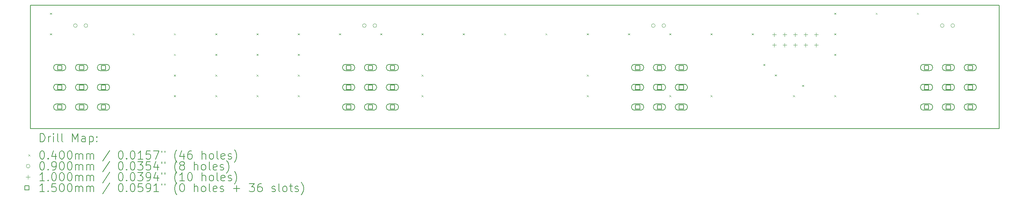
<source format=gbr>
%TF.GenerationSoftware,KiCad,Pcbnew,7.0.2*%
%TF.CreationDate,2024-04-08T23:43:10+02:00*%
%TF.ProjectId,stm_audio_board_v3_Footswitch,73746d5f-6175-4646-996f-5f626f617264,rev?*%
%TF.SameCoordinates,Original*%
%TF.FileFunction,Drillmap*%
%TF.FilePolarity,Positive*%
%FSLAX45Y45*%
G04 Gerber Fmt 4.5, Leading zero omitted, Abs format (unit mm)*
G04 Created by KiCad (PCBNEW 7.0.2) date 2024-04-08 23:43:10*
%MOMM*%
%LPD*%
G01*
G04 APERTURE LIST*
%ADD10C,0.200000*%
%ADD11C,0.040000*%
%ADD12C,0.090000*%
%ADD13C,0.100000*%
%ADD14C,0.150000*%
G04 APERTURE END LIST*
D10*
X3255200Y-8429000D02*
X26727700Y-8429000D01*
X26727700Y-11429000D01*
X3255200Y-11429000D01*
X3255200Y-8429000D01*
D11*
X3732600Y-8616000D02*
X3772600Y-8656000D01*
X3772600Y-8616000D02*
X3732600Y-8656000D01*
X3732600Y-9116000D02*
X3772600Y-9156000D01*
X3772600Y-9116000D02*
X3732600Y-9156000D01*
X5732600Y-9116000D02*
X5772600Y-9156000D01*
X5772600Y-9116000D02*
X5732600Y-9156000D01*
X6732600Y-9116000D02*
X6772600Y-9156000D01*
X6772600Y-9116000D02*
X6732600Y-9156000D01*
X6732600Y-9616000D02*
X6772600Y-9656000D01*
X6772600Y-9616000D02*
X6732600Y-9656000D01*
X6732600Y-10116000D02*
X6772600Y-10156000D01*
X6772600Y-10116000D02*
X6732600Y-10156000D01*
X6732600Y-10616000D02*
X6772600Y-10656000D01*
X6772600Y-10616000D02*
X6732600Y-10656000D01*
X7732600Y-9116000D02*
X7772600Y-9156000D01*
X7772600Y-9116000D02*
X7732600Y-9156000D01*
X7732600Y-9616000D02*
X7772600Y-9656000D01*
X7772600Y-9616000D02*
X7732600Y-9656000D01*
X7732600Y-10116000D02*
X7772600Y-10156000D01*
X7772600Y-10116000D02*
X7732600Y-10156000D01*
X7732600Y-10616000D02*
X7772600Y-10656000D01*
X7772600Y-10616000D02*
X7732600Y-10656000D01*
X8732600Y-9116000D02*
X8772600Y-9156000D01*
X8772600Y-9116000D02*
X8732600Y-9156000D01*
X8732600Y-9616000D02*
X8772600Y-9656000D01*
X8772600Y-9616000D02*
X8732600Y-9656000D01*
X8732600Y-10116000D02*
X8772600Y-10156000D01*
X8772600Y-10116000D02*
X8732600Y-10156000D01*
X8732600Y-10616000D02*
X8772600Y-10656000D01*
X8772600Y-10616000D02*
X8732600Y-10656000D01*
X9732600Y-9116000D02*
X9772600Y-9156000D01*
X9772600Y-9116000D02*
X9732600Y-9156000D01*
X9732600Y-9616000D02*
X9772600Y-9656000D01*
X9772600Y-9616000D02*
X9732600Y-9656000D01*
X9732600Y-10116000D02*
X9772600Y-10156000D01*
X9772600Y-10116000D02*
X9732600Y-10156000D01*
X9732600Y-10616000D02*
X9772600Y-10656000D01*
X9772600Y-10616000D02*
X9732600Y-10656000D01*
X10732600Y-9116000D02*
X10772600Y-9156000D01*
X10772600Y-9116000D02*
X10732600Y-9156000D01*
X11732600Y-9116000D02*
X11772600Y-9156000D01*
X11772600Y-9116000D02*
X11732600Y-9156000D01*
X12732600Y-9116000D02*
X12772600Y-9156000D01*
X12772600Y-9116000D02*
X12732600Y-9156000D01*
X12732600Y-10116000D02*
X12772600Y-10156000D01*
X12772600Y-10116000D02*
X12732600Y-10156000D01*
X12732600Y-10616000D02*
X12772600Y-10656000D01*
X12772600Y-10616000D02*
X12732600Y-10656000D01*
X13732600Y-9116000D02*
X13772600Y-9156000D01*
X13772600Y-9116000D02*
X13732600Y-9156000D01*
X14732600Y-9116000D02*
X14772600Y-9156000D01*
X14772600Y-9116000D02*
X14732600Y-9156000D01*
X15732600Y-9116000D02*
X15772600Y-9156000D01*
X15772600Y-9116000D02*
X15732600Y-9156000D01*
X16732600Y-9116000D02*
X16772600Y-9156000D01*
X16772600Y-9116000D02*
X16732600Y-9156000D01*
X16732600Y-10116000D02*
X16772600Y-10156000D01*
X16772600Y-10116000D02*
X16732600Y-10156000D01*
X16732600Y-10616000D02*
X16772600Y-10656000D01*
X16772600Y-10616000D02*
X16732600Y-10656000D01*
X17732600Y-9116000D02*
X17772600Y-9156000D01*
X17772600Y-9116000D02*
X17732600Y-9156000D01*
X18732600Y-9116000D02*
X18772600Y-9156000D01*
X18772600Y-9116000D02*
X18732600Y-9156000D01*
X18732600Y-10616000D02*
X18772600Y-10656000D01*
X18772600Y-10616000D02*
X18732600Y-10656000D01*
X19732600Y-9116000D02*
X19772600Y-9156000D01*
X19772600Y-9116000D02*
X19732600Y-9156000D01*
X19732600Y-10616000D02*
X19772600Y-10656000D01*
X19772600Y-10616000D02*
X19732600Y-10656000D01*
X20732600Y-9116000D02*
X20772600Y-9156000D01*
X20772600Y-9116000D02*
X20732600Y-9156000D01*
X21011200Y-9860600D02*
X21051200Y-9900600D01*
X21051200Y-9860600D02*
X21011200Y-9900600D01*
X21290600Y-10114600D02*
X21330600Y-10154600D01*
X21330600Y-10114600D02*
X21290600Y-10154600D01*
X21732600Y-10616000D02*
X21772600Y-10656000D01*
X21772600Y-10616000D02*
X21732600Y-10656000D01*
X21951000Y-10368600D02*
X21991000Y-10408600D01*
X21991000Y-10368600D02*
X21951000Y-10408600D01*
X22732600Y-8616000D02*
X22772600Y-8656000D01*
X22772600Y-8616000D02*
X22732600Y-8656000D01*
X22732600Y-9116000D02*
X22772600Y-9156000D01*
X22772600Y-9116000D02*
X22732600Y-9156000D01*
X22732600Y-9616000D02*
X22772600Y-9656000D01*
X22772600Y-9616000D02*
X22732600Y-9656000D01*
X22732600Y-10616000D02*
X22772600Y-10656000D01*
X22772600Y-10616000D02*
X22732600Y-10656000D01*
X23732600Y-8616000D02*
X23772600Y-8656000D01*
X23772600Y-8616000D02*
X23732600Y-8656000D01*
X24732600Y-8616000D02*
X24772600Y-8656000D01*
X24772600Y-8616000D02*
X24732600Y-8656000D01*
D12*
X4390200Y-8926500D02*
G75*
G03*
X4390200Y-8926500I-45000J0D01*
G01*
X4644200Y-8926500D02*
G75*
G03*
X4644200Y-8926500I-45000J0D01*
G01*
X11390200Y-8926500D02*
G75*
G03*
X11390200Y-8926500I-45000J0D01*
G01*
X11644200Y-8926500D02*
G75*
G03*
X11644200Y-8926500I-45000J0D01*
G01*
X18390200Y-8926500D02*
G75*
G03*
X18390200Y-8926500I-45000J0D01*
G01*
X18644200Y-8926500D02*
G75*
G03*
X18644200Y-8926500I-45000J0D01*
G01*
X25390200Y-8926500D02*
G75*
G03*
X25390200Y-8926500I-45000J0D01*
G01*
X25644200Y-8926500D02*
G75*
G03*
X25644200Y-8926500I-45000J0D01*
G01*
D13*
X21276600Y-9097700D02*
X21276600Y-9197700D01*
X21226600Y-9147700D02*
X21326600Y-9147700D01*
X21276600Y-9351700D02*
X21276600Y-9451700D01*
X21226600Y-9401700D02*
X21326600Y-9401700D01*
X21530600Y-9097700D02*
X21530600Y-9197700D01*
X21480600Y-9147700D02*
X21580600Y-9147700D01*
X21530600Y-9351700D02*
X21530600Y-9451700D01*
X21480600Y-9401700D02*
X21580600Y-9401700D01*
X21784600Y-9097700D02*
X21784600Y-9197700D01*
X21734600Y-9147700D02*
X21834600Y-9147700D01*
X21784600Y-9351700D02*
X21784600Y-9451700D01*
X21734600Y-9401700D02*
X21834600Y-9401700D01*
X22038600Y-9097700D02*
X22038600Y-9197700D01*
X21988600Y-9147700D02*
X22088600Y-9147700D01*
X22038600Y-9351700D02*
X22038600Y-9451700D01*
X21988600Y-9401700D02*
X22088600Y-9401700D01*
X22292600Y-9097700D02*
X22292600Y-9197700D01*
X22242600Y-9147700D02*
X22342600Y-9147700D01*
X22292600Y-9351700D02*
X22292600Y-9451700D01*
X22242600Y-9401700D02*
X22342600Y-9401700D01*
D14*
X4018233Y-9999534D02*
X4018233Y-9893467D01*
X3912166Y-9893467D01*
X3912166Y-9999534D01*
X4018233Y-9999534D01*
D10*
X3890200Y-10021500D02*
X4040200Y-10021500D01*
X4040200Y-10021500D02*
G75*
G03*
X4040200Y-9871500I0J75000D01*
G01*
X4040200Y-9871500D02*
X3890200Y-9871500D01*
X3890200Y-9871500D02*
G75*
G03*
X3890200Y-10021500I0J-75000D01*
G01*
D14*
X4018233Y-10479534D02*
X4018233Y-10373467D01*
X3912166Y-10373467D01*
X3912166Y-10479534D01*
X4018233Y-10479534D01*
D10*
X3890200Y-10501500D02*
X4040200Y-10501500D01*
X4040200Y-10501500D02*
G75*
G03*
X4040200Y-10351500I0J75000D01*
G01*
X4040200Y-10351500D02*
X3890200Y-10351500D01*
X3890200Y-10351500D02*
G75*
G03*
X3890200Y-10501500I0J-75000D01*
G01*
D14*
X4018233Y-10959534D02*
X4018233Y-10853467D01*
X3912166Y-10853467D01*
X3912166Y-10959534D01*
X4018233Y-10959534D01*
D10*
X3890200Y-10981500D02*
X4040200Y-10981500D01*
X4040200Y-10981500D02*
G75*
G03*
X4040200Y-10831500I0J75000D01*
G01*
X4040200Y-10831500D02*
X3890200Y-10831500D01*
X3890200Y-10831500D02*
G75*
G03*
X3890200Y-10981500I0J-75000D01*
G01*
D14*
X4548234Y-9999534D02*
X4548234Y-9893467D01*
X4442167Y-9893467D01*
X4442167Y-9999534D01*
X4548234Y-9999534D01*
D10*
X4420200Y-10021500D02*
X4570200Y-10021500D01*
X4570200Y-10021500D02*
G75*
G03*
X4570200Y-9871500I0J75000D01*
G01*
X4570200Y-9871500D02*
X4420200Y-9871500D01*
X4420200Y-9871500D02*
G75*
G03*
X4420200Y-10021500I0J-75000D01*
G01*
D14*
X4548234Y-10479534D02*
X4548234Y-10373467D01*
X4442167Y-10373467D01*
X4442167Y-10479534D01*
X4548234Y-10479534D01*
D10*
X4420200Y-10501500D02*
X4570200Y-10501500D01*
X4570200Y-10501500D02*
G75*
G03*
X4570200Y-10351500I0J75000D01*
G01*
X4570200Y-10351500D02*
X4420200Y-10351500D01*
X4420200Y-10351500D02*
G75*
G03*
X4420200Y-10501500I0J-75000D01*
G01*
D14*
X4548234Y-10959534D02*
X4548234Y-10853467D01*
X4442167Y-10853467D01*
X4442167Y-10959534D01*
X4548234Y-10959534D01*
D10*
X4420200Y-10981500D02*
X4570200Y-10981500D01*
X4570200Y-10981500D02*
G75*
G03*
X4570200Y-10831500I0J75000D01*
G01*
X4570200Y-10831500D02*
X4420200Y-10831500D01*
X4420200Y-10831500D02*
G75*
G03*
X4420200Y-10981500I0J-75000D01*
G01*
D14*
X5078234Y-9999534D02*
X5078234Y-9893467D01*
X4972167Y-9893467D01*
X4972167Y-9999534D01*
X5078234Y-9999534D01*
D10*
X4950200Y-10021500D02*
X5100200Y-10021500D01*
X5100200Y-10021500D02*
G75*
G03*
X5100200Y-9871500I0J75000D01*
G01*
X5100200Y-9871500D02*
X4950200Y-9871500D01*
X4950200Y-9871500D02*
G75*
G03*
X4950200Y-10021500I0J-75000D01*
G01*
D14*
X5078234Y-10479534D02*
X5078234Y-10373467D01*
X4972167Y-10373467D01*
X4972167Y-10479534D01*
X5078234Y-10479534D01*
D10*
X4950200Y-10501500D02*
X5100200Y-10501500D01*
X5100200Y-10501500D02*
G75*
G03*
X5100200Y-10351500I0J75000D01*
G01*
X5100200Y-10351500D02*
X4950200Y-10351500D01*
X4950200Y-10351500D02*
G75*
G03*
X4950200Y-10501500I0J-75000D01*
G01*
D14*
X5078234Y-10959534D02*
X5078234Y-10853467D01*
X4972167Y-10853467D01*
X4972167Y-10959534D01*
X5078234Y-10959534D01*
D10*
X4950200Y-10981500D02*
X5100200Y-10981500D01*
X5100200Y-10981500D02*
G75*
G03*
X5100200Y-10831500I0J75000D01*
G01*
X5100200Y-10831500D02*
X4950200Y-10831500D01*
X4950200Y-10831500D02*
G75*
G03*
X4950200Y-10981500I0J-75000D01*
G01*
D14*
X11018234Y-9999534D02*
X11018234Y-9893467D01*
X10912167Y-9893467D01*
X10912167Y-9999534D01*
X11018234Y-9999534D01*
D10*
X10890200Y-10021500D02*
X11040200Y-10021500D01*
X11040200Y-10021500D02*
G75*
G03*
X11040200Y-9871500I0J75000D01*
G01*
X11040200Y-9871500D02*
X10890200Y-9871500D01*
X10890200Y-9871500D02*
G75*
G03*
X10890200Y-10021500I0J-75000D01*
G01*
D14*
X11018234Y-10479534D02*
X11018234Y-10373467D01*
X10912167Y-10373467D01*
X10912167Y-10479534D01*
X11018234Y-10479534D01*
D10*
X10890200Y-10501500D02*
X11040200Y-10501500D01*
X11040200Y-10501500D02*
G75*
G03*
X11040200Y-10351500I0J75000D01*
G01*
X11040200Y-10351500D02*
X10890200Y-10351500D01*
X10890200Y-10351500D02*
G75*
G03*
X10890200Y-10501500I0J-75000D01*
G01*
D14*
X11018234Y-10959534D02*
X11018234Y-10853467D01*
X10912167Y-10853467D01*
X10912167Y-10959534D01*
X11018234Y-10959534D01*
D10*
X10890200Y-10981500D02*
X11040200Y-10981500D01*
X11040200Y-10981500D02*
G75*
G03*
X11040200Y-10831500I0J75000D01*
G01*
X11040200Y-10831500D02*
X10890200Y-10831500D01*
X10890200Y-10831500D02*
G75*
G03*
X10890200Y-10981500I0J-75000D01*
G01*
D14*
X11548233Y-9999534D02*
X11548233Y-9893467D01*
X11442166Y-9893467D01*
X11442166Y-9999534D01*
X11548233Y-9999534D01*
D10*
X11420200Y-10021500D02*
X11570200Y-10021500D01*
X11570200Y-10021500D02*
G75*
G03*
X11570200Y-9871500I0J75000D01*
G01*
X11570200Y-9871500D02*
X11420200Y-9871500D01*
X11420200Y-9871500D02*
G75*
G03*
X11420200Y-10021500I0J-75000D01*
G01*
D14*
X11548233Y-10479534D02*
X11548233Y-10373467D01*
X11442166Y-10373467D01*
X11442166Y-10479534D01*
X11548233Y-10479534D01*
D10*
X11420200Y-10501500D02*
X11570200Y-10501500D01*
X11570200Y-10501500D02*
G75*
G03*
X11570200Y-10351500I0J75000D01*
G01*
X11570200Y-10351500D02*
X11420200Y-10351500D01*
X11420200Y-10351500D02*
G75*
G03*
X11420200Y-10501500I0J-75000D01*
G01*
D14*
X11548233Y-10959534D02*
X11548233Y-10853467D01*
X11442166Y-10853467D01*
X11442166Y-10959534D01*
X11548233Y-10959534D01*
D10*
X11420200Y-10981500D02*
X11570200Y-10981500D01*
X11570200Y-10981500D02*
G75*
G03*
X11570200Y-10831500I0J75000D01*
G01*
X11570200Y-10831500D02*
X11420200Y-10831500D01*
X11420200Y-10831500D02*
G75*
G03*
X11420200Y-10981500I0J-75000D01*
G01*
D14*
X12078233Y-9999534D02*
X12078233Y-9893467D01*
X11972166Y-9893467D01*
X11972166Y-9999534D01*
X12078233Y-9999534D01*
D10*
X11950200Y-10021500D02*
X12100200Y-10021500D01*
X12100200Y-10021500D02*
G75*
G03*
X12100200Y-9871500I0J75000D01*
G01*
X12100200Y-9871500D02*
X11950200Y-9871500D01*
X11950200Y-9871500D02*
G75*
G03*
X11950200Y-10021500I0J-75000D01*
G01*
D14*
X12078233Y-10479534D02*
X12078233Y-10373467D01*
X11972166Y-10373467D01*
X11972166Y-10479534D01*
X12078233Y-10479534D01*
D10*
X11950200Y-10501500D02*
X12100200Y-10501500D01*
X12100200Y-10501500D02*
G75*
G03*
X12100200Y-10351500I0J75000D01*
G01*
X12100200Y-10351500D02*
X11950200Y-10351500D01*
X11950200Y-10351500D02*
G75*
G03*
X11950200Y-10501500I0J-75000D01*
G01*
D14*
X12078233Y-10959534D02*
X12078233Y-10853467D01*
X11972166Y-10853467D01*
X11972166Y-10959534D01*
X12078233Y-10959534D01*
D10*
X11950200Y-10981500D02*
X12100200Y-10981500D01*
X12100200Y-10981500D02*
G75*
G03*
X12100200Y-10831500I0J75000D01*
G01*
X12100200Y-10831500D02*
X11950200Y-10831500D01*
X11950200Y-10831500D02*
G75*
G03*
X11950200Y-10981500I0J-75000D01*
G01*
D14*
X18018234Y-9999534D02*
X18018234Y-9893467D01*
X17912167Y-9893467D01*
X17912167Y-9999534D01*
X18018234Y-9999534D01*
D10*
X17890200Y-10021500D02*
X18040200Y-10021500D01*
X18040200Y-10021500D02*
G75*
G03*
X18040200Y-9871500I0J75000D01*
G01*
X18040200Y-9871500D02*
X17890200Y-9871500D01*
X17890200Y-9871500D02*
G75*
G03*
X17890200Y-10021500I0J-75000D01*
G01*
D14*
X18018234Y-10479534D02*
X18018234Y-10373467D01*
X17912167Y-10373467D01*
X17912167Y-10479534D01*
X18018234Y-10479534D01*
D10*
X17890200Y-10501500D02*
X18040200Y-10501500D01*
X18040200Y-10501500D02*
G75*
G03*
X18040200Y-10351500I0J75000D01*
G01*
X18040200Y-10351500D02*
X17890200Y-10351500D01*
X17890200Y-10351500D02*
G75*
G03*
X17890200Y-10501500I0J-75000D01*
G01*
D14*
X18018234Y-10959534D02*
X18018234Y-10853467D01*
X17912167Y-10853467D01*
X17912167Y-10959534D01*
X18018234Y-10959534D01*
D10*
X17890200Y-10981500D02*
X18040200Y-10981500D01*
X18040200Y-10981500D02*
G75*
G03*
X18040200Y-10831500I0J75000D01*
G01*
X18040200Y-10831500D02*
X17890200Y-10831500D01*
X17890200Y-10831500D02*
G75*
G03*
X17890200Y-10981500I0J-75000D01*
G01*
D14*
X18548234Y-9999534D02*
X18548234Y-9893467D01*
X18442167Y-9893467D01*
X18442167Y-9999534D01*
X18548234Y-9999534D01*
D10*
X18420200Y-10021500D02*
X18570200Y-10021500D01*
X18570200Y-10021500D02*
G75*
G03*
X18570200Y-9871500I0J75000D01*
G01*
X18570200Y-9871500D02*
X18420200Y-9871500D01*
X18420200Y-9871500D02*
G75*
G03*
X18420200Y-10021500I0J-75000D01*
G01*
D14*
X18548234Y-10479534D02*
X18548234Y-10373467D01*
X18442167Y-10373467D01*
X18442167Y-10479534D01*
X18548234Y-10479534D01*
D10*
X18420200Y-10501500D02*
X18570200Y-10501500D01*
X18570200Y-10501500D02*
G75*
G03*
X18570200Y-10351500I0J75000D01*
G01*
X18570200Y-10351500D02*
X18420200Y-10351500D01*
X18420200Y-10351500D02*
G75*
G03*
X18420200Y-10501500I0J-75000D01*
G01*
D14*
X18548234Y-10959534D02*
X18548234Y-10853467D01*
X18442167Y-10853467D01*
X18442167Y-10959534D01*
X18548234Y-10959534D01*
D10*
X18420200Y-10981500D02*
X18570200Y-10981500D01*
X18570200Y-10981500D02*
G75*
G03*
X18570200Y-10831500I0J75000D01*
G01*
X18570200Y-10831500D02*
X18420200Y-10831500D01*
X18420200Y-10831500D02*
G75*
G03*
X18420200Y-10981500I0J-75000D01*
G01*
D14*
X19078234Y-9999534D02*
X19078234Y-9893467D01*
X18972167Y-9893467D01*
X18972167Y-9999534D01*
X19078234Y-9999534D01*
D10*
X18950200Y-10021500D02*
X19100200Y-10021500D01*
X19100200Y-10021500D02*
G75*
G03*
X19100200Y-9871500I0J75000D01*
G01*
X19100200Y-9871500D02*
X18950200Y-9871500D01*
X18950200Y-9871500D02*
G75*
G03*
X18950200Y-10021500I0J-75000D01*
G01*
D14*
X19078234Y-10479534D02*
X19078234Y-10373467D01*
X18972167Y-10373467D01*
X18972167Y-10479534D01*
X19078234Y-10479534D01*
D10*
X18950200Y-10501500D02*
X19100200Y-10501500D01*
X19100200Y-10501500D02*
G75*
G03*
X19100200Y-10351500I0J75000D01*
G01*
X19100200Y-10351500D02*
X18950200Y-10351500D01*
X18950200Y-10351500D02*
G75*
G03*
X18950200Y-10501500I0J-75000D01*
G01*
D14*
X19078234Y-10959534D02*
X19078234Y-10853467D01*
X18972167Y-10853467D01*
X18972167Y-10959534D01*
X19078234Y-10959534D01*
D10*
X18950200Y-10981500D02*
X19100200Y-10981500D01*
X19100200Y-10981500D02*
G75*
G03*
X19100200Y-10831500I0J75000D01*
G01*
X19100200Y-10831500D02*
X18950200Y-10831500D01*
X18950200Y-10831500D02*
G75*
G03*
X18950200Y-10981500I0J-75000D01*
G01*
D14*
X25018233Y-9999534D02*
X25018233Y-9893467D01*
X24912166Y-9893467D01*
X24912166Y-9999534D01*
X25018233Y-9999534D01*
D10*
X24890200Y-10021500D02*
X25040200Y-10021500D01*
X25040200Y-10021500D02*
G75*
G03*
X25040200Y-9871500I0J75000D01*
G01*
X25040200Y-9871500D02*
X24890200Y-9871500D01*
X24890200Y-9871500D02*
G75*
G03*
X24890200Y-10021500I0J-75000D01*
G01*
D14*
X25018233Y-10479534D02*
X25018233Y-10373467D01*
X24912166Y-10373467D01*
X24912166Y-10479534D01*
X25018233Y-10479534D01*
D10*
X24890200Y-10501500D02*
X25040200Y-10501500D01*
X25040200Y-10501500D02*
G75*
G03*
X25040200Y-10351500I0J75000D01*
G01*
X25040200Y-10351500D02*
X24890200Y-10351500D01*
X24890200Y-10351500D02*
G75*
G03*
X24890200Y-10501500I0J-75000D01*
G01*
D14*
X25018233Y-10959534D02*
X25018233Y-10853467D01*
X24912166Y-10853467D01*
X24912166Y-10959534D01*
X25018233Y-10959534D01*
D10*
X24890200Y-10981500D02*
X25040200Y-10981500D01*
X25040200Y-10981500D02*
G75*
G03*
X25040200Y-10831500I0J75000D01*
G01*
X25040200Y-10831500D02*
X24890200Y-10831500D01*
X24890200Y-10831500D02*
G75*
G03*
X24890200Y-10981500I0J-75000D01*
G01*
D14*
X25548233Y-9999534D02*
X25548233Y-9893467D01*
X25442166Y-9893467D01*
X25442166Y-9999534D01*
X25548233Y-9999534D01*
D10*
X25420200Y-10021500D02*
X25570200Y-10021500D01*
X25570200Y-10021500D02*
G75*
G03*
X25570200Y-9871500I0J75000D01*
G01*
X25570200Y-9871500D02*
X25420200Y-9871500D01*
X25420200Y-9871500D02*
G75*
G03*
X25420200Y-10021500I0J-75000D01*
G01*
D14*
X25548233Y-10479534D02*
X25548233Y-10373467D01*
X25442166Y-10373467D01*
X25442166Y-10479534D01*
X25548233Y-10479534D01*
D10*
X25420200Y-10501500D02*
X25570200Y-10501500D01*
X25570200Y-10501500D02*
G75*
G03*
X25570200Y-10351500I0J75000D01*
G01*
X25570200Y-10351500D02*
X25420200Y-10351500D01*
X25420200Y-10351500D02*
G75*
G03*
X25420200Y-10501500I0J-75000D01*
G01*
D14*
X25548233Y-10959534D02*
X25548233Y-10853467D01*
X25442166Y-10853467D01*
X25442166Y-10959534D01*
X25548233Y-10959534D01*
D10*
X25420200Y-10981500D02*
X25570200Y-10981500D01*
X25570200Y-10981500D02*
G75*
G03*
X25570200Y-10831500I0J75000D01*
G01*
X25570200Y-10831500D02*
X25420200Y-10831500D01*
X25420200Y-10831500D02*
G75*
G03*
X25420200Y-10981500I0J-75000D01*
G01*
D14*
X26078233Y-9999534D02*
X26078233Y-9893467D01*
X25972166Y-9893467D01*
X25972166Y-9999534D01*
X26078233Y-9999534D01*
D10*
X25950200Y-10021500D02*
X26100200Y-10021500D01*
X26100200Y-10021500D02*
G75*
G03*
X26100200Y-9871500I0J75000D01*
G01*
X26100200Y-9871500D02*
X25950200Y-9871500D01*
X25950200Y-9871500D02*
G75*
G03*
X25950200Y-10021500I0J-75000D01*
G01*
D14*
X26078233Y-10479534D02*
X26078233Y-10373467D01*
X25972166Y-10373467D01*
X25972166Y-10479534D01*
X26078233Y-10479534D01*
D10*
X25950200Y-10501500D02*
X26100200Y-10501500D01*
X26100200Y-10501500D02*
G75*
G03*
X26100200Y-10351500I0J75000D01*
G01*
X26100200Y-10351500D02*
X25950200Y-10351500D01*
X25950200Y-10351500D02*
G75*
G03*
X25950200Y-10501500I0J-75000D01*
G01*
D14*
X26078233Y-10959534D02*
X26078233Y-10853467D01*
X25972166Y-10853467D01*
X25972166Y-10959534D01*
X26078233Y-10959534D01*
D10*
X25950200Y-10981500D02*
X26100200Y-10981500D01*
X26100200Y-10981500D02*
G75*
G03*
X26100200Y-10831500I0J75000D01*
G01*
X26100200Y-10831500D02*
X25950200Y-10831500D01*
X25950200Y-10831500D02*
G75*
G03*
X25950200Y-10981500I0J-75000D01*
G01*
X3492819Y-11751524D02*
X3492819Y-11551524D01*
X3492819Y-11551524D02*
X3540438Y-11551524D01*
X3540438Y-11551524D02*
X3569009Y-11561048D01*
X3569009Y-11561048D02*
X3588057Y-11580095D01*
X3588057Y-11580095D02*
X3597581Y-11599143D01*
X3597581Y-11599143D02*
X3607105Y-11637238D01*
X3607105Y-11637238D02*
X3607105Y-11665809D01*
X3607105Y-11665809D02*
X3597581Y-11703905D01*
X3597581Y-11703905D02*
X3588057Y-11722952D01*
X3588057Y-11722952D02*
X3569009Y-11742000D01*
X3569009Y-11742000D02*
X3540438Y-11751524D01*
X3540438Y-11751524D02*
X3492819Y-11751524D01*
X3692819Y-11751524D02*
X3692819Y-11618190D01*
X3692819Y-11656286D02*
X3702343Y-11637238D01*
X3702343Y-11637238D02*
X3711867Y-11627714D01*
X3711867Y-11627714D02*
X3730914Y-11618190D01*
X3730914Y-11618190D02*
X3749962Y-11618190D01*
X3816628Y-11751524D02*
X3816628Y-11618190D01*
X3816628Y-11551524D02*
X3807105Y-11561048D01*
X3807105Y-11561048D02*
X3816628Y-11570571D01*
X3816628Y-11570571D02*
X3826152Y-11561048D01*
X3826152Y-11561048D02*
X3816628Y-11551524D01*
X3816628Y-11551524D02*
X3816628Y-11570571D01*
X3940438Y-11751524D02*
X3921390Y-11742000D01*
X3921390Y-11742000D02*
X3911867Y-11722952D01*
X3911867Y-11722952D02*
X3911867Y-11551524D01*
X4045200Y-11751524D02*
X4026152Y-11742000D01*
X4026152Y-11742000D02*
X4016628Y-11722952D01*
X4016628Y-11722952D02*
X4016628Y-11551524D01*
X4273771Y-11751524D02*
X4273771Y-11551524D01*
X4273771Y-11551524D02*
X4340438Y-11694381D01*
X4340438Y-11694381D02*
X4407105Y-11551524D01*
X4407105Y-11551524D02*
X4407105Y-11751524D01*
X4588057Y-11751524D02*
X4588057Y-11646762D01*
X4588057Y-11646762D02*
X4578533Y-11627714D01*
X4578533Y-11627714D02*
X4559486Y-11618190D01*
X4559486Y-11618190D02*
X4521390Y-11618190D01*
X4521390Y-11618190D02*
X4502343Y-11627714D01*
X4588057Y-11742000D02*
X4569010Y-11751524D01*
X4569010Y-11751524D02*
X4521390Y-11751524D01*
X4521390Y-11751524D02*
X4502343Y-11742000D01*
X4502343Y-11742000D02*
X4492819Y-11722952D01*
X4492819Y-11722952D02*
X4492819Y-11703905D01*
X4492819Y-11703905D02*
X4502343Y-11684857D01*
X4502343Y-11684857D02*
X4521390Y-11675333D01*
X4521390Y-11675333D02*
X4569010Y-11675333D01*
X4569010Y-11675333D02*
X4588057Y-11665809D01*
X4683295Y-11618190D02*
X4683295Y-11818190D01*
X4683295Y-11627714D02*
X4702343Y-11618190D01*
X4702343Y-11618190D02*
X4740438Y-11618190D01*
X4740438Y-11618190D02*
X4759486Y-11627714D01*
X4759486Y-11627714D02*
X4769010Y-11637238D01*
X4769010Y-11637238D02*
X4778533Y-11656286D01*
X4778533Y-11656286D02*
X4778533Y-11713428D01*
X4778533Y-11713428D02*
X4769010Y-11732476D01*
X4769010Y-11732476D02*
X4759486Y-11742000D01*
X4759486Y-11742000D02*
X4740438Y-11751524D01*
X4740438Y-11751524D02*
X4702343Y-11751524D01*
X4702343Y-11751524D02*
X4683295Y-11742000D01*
X4864248Y-11732476D02*
X4873771Y-11742000D01*
X4873771Y-11742000D02*
X4864248Y-11751524D01*
X4864248Y-11751524D02*
X4854724Y-11742000D01*
X4854724Y-11742000D02*
X4864248Y-11732476D01*
X4864248Y-11732476D02*
X4864248Y-11751524D01*
X4864248Y-11627714D02*
X4873771Y-11637238D01*
X4873771Y-11637238D02*
X4864248Y-11646762D01*
X4864248Y-11646762D02*
X4854724Y-11637238D01*
X4854724Y-11637238D02*
X4864248Y-11627714D01*
X4864248Y-11627714D02*
X4864248Y-11646762D01*
D11*
X3205200Y-12059000D02*
X3245200Y-12099000D01*
X3245200Y-12059000D02*
X3205200Y-12099000D01*
D10*
X3530914Y-11971524D02*
X3549962Y-11971524D01*
X3549962Y-11971524D02*
X3569009Y-11981048D01*
X3569009Y-11981048D02*
X3578533Y-11990571D01*
X3578533Y-11990571D02*
X3588057Y-12009619D01*
X3588057Y-12009619D02*
X3597581Y-12047714D01*
X3597581Y-12047714D02*
X3597581Y-12095333D01*
X3597581Y-12095333D02*
X3588057Y-12133428D01*
X3588057Y-12133428D02*
X3578533Y-12152476D01*
X3578533Y-12152476D02*
X3569009Y-12162000D01*
X3569009Y-12162000D02*
X3549962Y-12171524D01*
X3549962Y-12171524D02*
X3530914Y-12171524D01*
X3530914Y-12171524D02*
X3511867Y-12162000D01*
X3511867Y-12162000D02*
X3502343Y-12152476D01*
X3502343Y-12152476D02*
X3492819Y-12133428D01*
X3492819Y-12133428D02*
X3483295Y-12095333D01*
X3483295Y-12095333D02*
X3483295Y-12047714D01*
X3483295Y-12047714D02*
X3492819Y-12009619D01*
X3492819Y-12009619D02*
X3502343Y-11990571D01*
X3502343Y-11990571D02*
X3511867Y-11981048D01*
X3511867Y-11981048D02*
X3530914Y-11971524D01*
X3683295Y-12152476D02*
X3692819Y-12162000D01*
X3692819Y-12162000D02*
X3683295Y-12171524D01*
X3683295Y-12171524D02*
X3673771Y-12162000D01*
X3673771Y-12162000D02*
X3683295Y-12152476D01*
X3683295Y-12152476D02*
X3683295Y-12171524D01*
X3864248Y-12038190D02*
X3864248Y-12171524D01*
X3816628Y-11962000D02*
X3769009Y-12104857D01*
X3769009Y-12104857D02*
X3892819Y-12104857D01*
X4007105Y-11971524D02*
X4026152Y-11971524D01*
X4026152Y-11971524D02*
X4045200Y-11981048D01*
X4045200Y-11981048D02*
X4054724Y-11990571D01*
X4054724Y-11990571D02*
X4064248Y-12009619D01*
X4064248Y-12009619D02*
X4073771Y-12047714D01*
X4073771Y-12047714D02*
X4073771Y-12095333D01*
X4073771Y-12095333D02*
X4064248Y-12133428D01*
X4064248Y-12133428D02*
X4054724Y-12152476D01*
X4054724Y-12152476D02*
X4045200Y-12162000D01*
X4045200Y-12162000D02*
X4026152Y-12171524D01*
X4026152Y-12171524D02*
X4007105Y-12171524D01*
X4007105Y-12171524D02*
X3988057Y-12162000D01*
X3988057Y-12162000D02*
X3978533Y-12152476D01*
X3978533Y-12152476D02*
X3969009Y-12133428D01*
X3969009Y-12133428D02*
X3959486Y-12095333D01*
X3959486Y-12095333D02*
X3959486Y-12047714D01*
X3959486Y-12047714D02*
X3969009Y-12009619D01*
X3969009Y-12009619D02*
X3978533Y-11990571D01*
X3978533Y-11990571D02*
X3988057Y-11981048D01*
X3988057Y-11981048D02*
X4007105Y-11971524D01*
X4197581Y-11971524D02*
X4216629Y-11971524D01*
X4216629Y-11971524D02*
X4235676Y-11981048D01*
X4235676Y-11981048D02*
X4245200Y-11990571D01*
X4245200Y-11990571D02*
X4254724Y-12009619D01*
X4254724Y-12009619D02*
X4264248Y-12047714D01*
X4264248Y-12047714D02*
X4264248Y-12095333D01*
X4264248Y-12095333D02*
X4254724Y-12133428D01*
X4254724Y-12133428D02*
X4245200Y-12152476D01*
X4245200Y-12152476D02*
X4235676Y-12162000D01*
X4235676Y-12162000D02*
X4216629Y-12171524D01*
X4216629Y-12171524D02*
X4197581Y-12171524D01*
X4197581Y-12171524D02*
X4178533Y-12162000D01*
X4178533Y-12162000D02*
X4169009Y-12152476D01*
X4169009Y-12152476D02*
X4159486Y-12133428D01*
X4159486Y-12133428D02*
X4149962Y-12095333D01*
X4149962Y-12095333D02*
X4149962Y-12047714D01*
X4149962Y-12047714D02*
X4159486Y-12009619D01*
X4159486Y-12009619D02*
X4169009Y-11990571D01*
X4169009Y-11990571D02*
X4178533Y-11981048D01*
X4178533Y-11981048D02*
X4197581Y-11971524D01*
X4349962Y-12171524D02*
X4349962Y-12038190D01*
X4349962Y-12057238D02*
X4359486Y-12047714D01*
X4359486Y-12047714D02*
X4378533Y-12038190D01*
X4378533Y-12038190D02*
X4407105Y-12038190D01*
X4407105Y-12038190D02*
X4426152Y-12047714D01*
X4426152Y-12047714D02*
X4435676Y-12066762D01*
X4435676Y-12066762D02*
X4435676Y-12171524D01*
X4435676Y-12066762D02*
X4445200Y-12047714D01*
X4445200Y-12047714D02*
X4464248Y-12038190D01*
X4464248Y-12038190D02*
X4492819Y-12038190D01*
X4492819Y-12038190D02*
X4511867Y-12047714D01*
X4511867Y-12047714D02*
X4521391Y-12066762D01*
X4521391Y-12066762D02*
X4521391Y-12171524D01*
X4616629Y-12171524D02*
X4616629Y-12038190D01*
X4616629Y-12057238D02*
X4626152Y-12047714D01*
X4626152Y-12047714D02*
X4645200Y-12038190D01*
X4645200Y-12038190D02*
X4673772Y-12038190D01*
X4673772Y-12038190D02*
X4692819Y-12047714D01*
X4692819Y-12047714D02*
X4702343Y-12066762D01*
X4702343Y-12066762D02*
X4702343Y-12171524D01*
X4702343Y-12066762D02*
X4711867Y-12047714D01*
X4711867Y-12047714D02*
X4730914Y-12038190D01*
X4730914Y-12038190D02*
X4759486Y-12038190D01*
X4759486Y-12038190D02*
X4778533Y-12047714D01*
X4778533Y-12047714D02*
X4788057Y-12066762D01*
X4788057Y-12066762D02*
X4788057Y-12171524D01*
X5178533Y-11962000D02*
X5007105Y-12219143D01*
X5435676Y-11971524D02*
X5454724Y-11971524D01*
X5454724Y-11971524D02*
X5473772Y-11981048D01*
X5473772Y-11981048D02*
X5483295Y-11990571D01*
X5483295Y-11990571D02*
X5492819Y-12009619D01*
X5492819Y-12009619D02*
X5502343Y-12047714D01*
X5502343Y-12047714D02*
X5502343Y-12095333D01*
X5502343Y-12095333D02*
X5492819Y-12133428D01*
X5492819Y-12133428D02*
X5483295Y-12152476D01*
X5483295Y-12152476D02*
X5473772Y-12162000D01*
X5473772Y-12162000D02*
X5454724Y-12171524D01*
X5454724Y-12171524D02*
X5435676Y-12171524D01*
X5435676Y-12171524D02*
X5416629Y-12162000D01*
X5416629Y-12162000D02*
X5407105Y-12152476D01*
X5407105Y-12152476D02*
X5397581Y-12133428D01*
X5397581Y-12133428D02*
X5388057Y-12095333D01*
X5388057Y-12095333D02*
X5388057Y-12047714D01*
X5388057Y-12047714D02*
X5397581Y-12009619D01*
X5397581Y-12009619D02*
X5407105Y-11990571D01*
X5407105Y-11990571D02*
X5416629Y-11981048D01*
X5416629Y-11981048D02*
X5435676Y-11971524D01*
X5588057Y-12152476D02*
X5597581Y-12162000D01*
X5597581Y-12162000D02*
X5588057Y-12171524D01*
X5588057Y-12171524D02*
X5578534Y-12162000D01*
X5578534Y-12162000D02*
X5588057Y-12152476D01*
X5588057Y-12152476D02*
X5588057Y-12171524D01*
X5721391Y-11971524D02*
X5740438Y-11971524D01*
X5740438Y-11971524D02*
X5759486Y-11981048D01*
X5759486Y-11981048D02*
X5769010Y-11990571D01*
X5769010Y-11990571D02*
X5778533Y-12009619D01*
X5778533Y-12009619D02*
X5788057Y-12047714D01*
X5788057Y-12047714D02*
X5788057Y-12095333D01*
X5788057Y-12095333D02*
X5778533Y-12133428D01*
X5778533Y-12133428D02*
X5769010Y-12152476D01*
X5769010Y-12152476D02*
X5759486Y-12162000D01*
X5759486Y-12162000D02*
X5740438Y-12171524D01*
X5740438Y-12171524D02*
X5721391Y-12171524D01*
X5721391Y-12171524D02*
X5702343Y-12162000D01*
X5702343Y-12162000D02*
X5692819Y-12152476D01*
X5692819Y-12152476D02*
X5683295Y-12133428D01*
X5683295Y-12133428D02*
X5673772Y-12095333D01*
X5673772Y-12095333D02*
X5673772Y-12047714D01*
X5673772Y-12047714D02*
X5683295Y-12009619D01*
X5683295Y-12009619D02*
X5692819Y-11990571D01*
X5692819Y-11990571D02*
X5702343Y-11981048D01*
X5702343Y-11981048D02*
X5721391Y-11971524D01*
X5978533Y-12171524D02*
X5864248Y-12171524D01*
X5921391Y-12171524D02*
X5921391Y-11971524D01*
X5921391Y-11971524D02*
X5902343Y-12000095D01*
X5902343Y-12000095D02*
X5883295Y-12019143D01*
X5883295Y-12019143D02*
X5864248Y-12028667D01*
X6159486Y-11971524D02*
X6064248Y-11971524D01*
X6064248Y-11971524D02*
X6054724Y-12066762D01*
X6054724Y-12066762D02*
X6064248Y-12057238D01*
X6064248Y-12057238D02*
X6083295Y-12047714D01*
X6083295Y-12047714D02*
X6130914Y-12047714D01*
X6130914Y-12047714D02*
X6149962Y-12057238D01*
X6149962Y-12057238D02*
X6159486Y-12066762D01*
X6159486Y-12066762D02*
X6169010Y-12085809D01*
X6169010Y-12085809D02*
X6169010Y-12133428D01*
X6169010Y-12133428D02*
X6159486Y-12152476D01*
X6159486Y-12152476D02*
X6149962Y-12162000D01*
X6149962Y-12162000D02*
X6130914Y-12171524D01*
X6130914Y-12171524D02*
X6083295Y-12171524D01*
X6083295Y-12171524D02*
X6064248Y-12162000D01*
X6064248Y-12162000D02*
X6054724Y-12152476D01*
X6235676Y-11971524D02*
X6369010Y-11971524D01*
X6369010Y-11971524D02*
X6283295Y-12171524D01*
X6435676Y-11971524D02*
X6435676Y-12009619D01*
X6511867Y-11971524D02*
X6511867Y-12009619D01*
X6807105Y-12247714D02*
X6797581Y-12238190D01*
X6797581Y-12238190D02*
X6778534Y-12209619D01*
X6778534Y-12209619D02*
X6769010Y-12190571D01*
X6769010Y-12190571D02*
X6759486Y-12162000D01*
X6759486Y-12162000D02*
X6749962Y-12114381D01*
X6749962Y-12114381D02*
X6749962Y-12076286D01*
X6749962Y-12076286D02*
X6759486Y-12028667D01*
X6759486Y-12028667D02*
X6769010Y-12000095D01*
X6769010Y-12000095D02*
X6778534Y-11981048D01*
X6778534Y-11981048D02*
X6797581Y-11952476D01*
X6797581Y-11952476D02*
X6807105Y-11942952D01*
X6969010Y-12038190D02*
X6969010Y-12171524D01*
X6921391Y-11962000D02*
X6873772Y-12104857D01*
X6873772Y-12104857D02*
X6997581Y-12104857D01*
X7159486Y-11971524D02*
X7121391Y-11971524D01*
X7121391Y-11971524D02*
X7102343Y-11981048D01*
X7102343Y-11981048D02*
X7092819Y-11990571D01*
X7092819Y-11990571D02*
X7073772Y-12019143D01*
X7073772Y-12019143D02*
X7064248Y-12057238D01*
X7064248Y-12057238D02*
X7064248Y-12133428D01*
X7064248Y-12133428D02*
X7073772Y-12152476D01*
X7073772Y-12152476D02*
X7083295Y-12162000D01*
X7083295Y-12162000D02*
X7102343Y-12171524D01*
X7102343Y-12171524D02*
X7140438Y-12171524D01*
X7140438Y-12171524D02*
X7159486Y-12162000D01*
X7159486Y-12162000D02*
X7169010Y-12152476D01*
X7169010Y-12152476D02*
X7178534Y-12133428D01*
X7178534Y-12133428D02*
X7178534Y-12085809D01*
X7178534Y-12085809D02*
X7169010Y-12066762D01*
X7169010Y-12066762D02*
X7159486Y-12057238D01*
X7159486Y-12057238D02*
X7140438Y-12047714D01*
X7140438Y-12047714D02*
X7102343Y-12047714D01*
X7102343Y-12047714D02*
X7083295Y-12057238D01*
X7083295Y-12057238D02*
X7073772Y-12066762D01*
X7073772Y-12066762D02*
X7064248Y-12085809D01*
X7416629Y-12171524D02*
X7416629Y-11971524D01*
X7502343Y-12171524D02*
X7502343Y-12066762D01*
X7502343Y-12066762D02*
X7492819Y-12047714D01*
X7492819Y-12047714D02*
X7473772Y-12038190D01*
X7473772Y-12038190D02*
X7445200Y-12038190D01*
X7445200Y-12038190D02*
X7426153Y-12047714D01*
X7426153Y-12047714D02*
X7416629Y-12057238D01*
X7626153Y-12171524D02*
X7607105Y-12162000D01*
X7607105Y-12162000D02*
X7597581Y-12152476D01*
X7597581Y-12152476D02*
X7588057Y-12133428D01*
X7588057Y-12133428D02*
X7588057Y-12076286D01*
X7588057Y-12076286D02*
X7597581Y-12057238D01*
X7597581Y-12057238D02*
X7607105Y-12047714D01*
X7607105Y-12047714D02*
X7626153Y-12038190D01*
X7626153Y-12038190D02*
X7654724Y-12038190D01*
X7654724Y-12038190D02*
X7673772Y-12047714D01*
X7673772Y-12047714D02*
X7683296Y-12057238D01*
X7683296Y-12057238D02*
X7692819Y-12076286D01*
X7692819Y-12076286D02*
X7692819Y-12133428D01*
X7692819Y-12133428D02*
X7683296Y-12152476D01*
X7683296Y-12152476D02*
X7673772Y-12162000D01*
X7673772Y-12162000D02*
X7654724Y-12171524D01*
X7654724Y-12171524D02*
X7626153Y-12171524D01*
X7807105Y-12171524D02*
X7788057Y-12162000D01*
X7788057Y-12162000D02*
X7778534Y-12142952D01*
X7778534Y-12142952D02*
X7778534Y-11971524D01*
X7959486Y-12162000D02*
X7940438Y-12171524D01*
X7940438Y-12171524D02*
X7902343Y-12171524D01*
X7902343Y-12171524D02*
X7883296Y-12162000D01*
X7883296Y-12162000D02*
X7873772Y-12142952D01*
X7873772Y-12142952D02*
X7873772Y-12066762D01*
X7873772Y-12066762D02*
X7883296Y-12047714D01*
X7883296Y-12047714D02*
X7902343Y-12038190D01*
X7902343Y-12038190D02*
X7940438Y-12038190D01*
X7940438Y-12038190D02*
X7959486Y-12047714D01*
X7959486Y-12047714D02*
X7969010Y-12066762D01*
X7969010Y-12066762D02*
X7969010Y-12085809D01*
X7969010Y-12085809D02*
X7873772Y-12104857D01*
X8045200Y-12162000D02*
X8064248Y-12171524D01*
X8064248Y-12171524D02*
X8102343Y-12171524D01*
X8102343Y-12171524D02*
X8121391Y-12162000D01*
X8121391Y-12162000D02*
X8130915Y-12142952D01*
X8130915Y-12142952D02*
X8130915Y-12133428D01*
X8130915Y-12133428D02*
X8121391Y-12114381D01*
X8121391Y-12114381D02*
X8102343Y-12104857D01*
X8102343Y-12104857D02*
X8073772Y-12104857D01*
X8073772Y-12104857D02*
X8054724Y-12095333D01*
X8054724Y-12095333D02*
X8045200Y-12076286D01*
X8045200Y-12076286D02*
X8045200Y-12066762D01*
X8045200Y-12066762D02*
X8054724Y-12047714D01*
X8054724Y-12047714D02*
X8073772Y-12038190D01*
X8073772Y-12038190D02*
X8102343Y-12038190D01*
X8102343Y-12038190D02*
X8121391Y-12047714D01*
X8197581Y-12247714D02*
X8207105Y-12238190D01*
X8207105Y-12238190D02*
X8226153Y-12209619D01*
X8226153Y-12209619D02*
X8235677Y-12190571D01*
X8235677Y-12190571D02*
X8245200Y-12162000D01*
X8245200Y-12162000D02*
X8254724Y-12114381D01*
X8254724Y-12114381D02*
X8254724Y-12076286D01*
X8254724Y-12076286D02*
X8245200Y-12028667D01*
X8245200Y-12028667D02*
X8235677Y-12000095D01*
X8235677Y-12000095D02*
X8226153Y-11981048D01*
X8226153Y-11981048D02*
X8207105Y-11952476D01*
X8207105Y-11952476D02*
X8197581Y-11942952D01*
D12*
X3245200Y-12343000D02*
G75*
G03*
X3245200Y-12343000I-45000J0D01*
G01*
D10*
X3530914Y-12235524D02*
X3549962Y-12235524D01*
X3549962Y-12235524D02*
X3569009Y-12245048D01*
X3569009Y-12245048D02*
X3578533Y-12254571D01*
X3578533Y-12254571D02*
X3588057Y-12273619D01*
X3588057Y-12273619D02*
X3597581Y-12311714D01*
X3597581Y-12311714D02*
X3597581Y-12359333D01*
X3597581Y-12359333D02*
X3588057Y-12397428D01*
X3588057Y-12397428D02*
X3578533Y-12416476D01*
X3578533Y-12416476D02*
X3569009Y-12426000D01*
X3569009Y-12426000D02*
X3549962Y-12435524D01*
X3549962Y-12435524D02*
X3530914Y-12435524D01*
X3530914Y-12435524D02*
X3511867Y-12426000D01*
X3511867Y-12426000D02*
X3502343Y-12416476D01*
X3502343Y-12416476D02*
X3492819Y-12397428D01*
X3492819Y-12397428D02*
X3483295Y-12359333D01*
X3483295Y-12359333D02*
X3483295Y-12311714D01*
X3483295Y-12311714D02*
X3492819Y-12273619D01*
X3492819Y-12273619D02*
X3502343Y-12254571D01*
X3502343Y-12254571D02*
X3511867Y-12245048D01*
X3511867Y-12245048D02*
X3530914Y-12235524D01*
X3683295Y-12416476D02*
X3692819Y-12426000D01*
X3692819Y-12426000D02*
X3683295Y-12435524D01*
X3683295Y-12435524D02*
X3673771Y-12426000D01*
X3673771Y-12426000D02*
X3683295Y-12416476D01*
X3683295Y-12416476D02*
X3683295Y-12435524D01*
X3788057Y-12435524D02*
X3826152Y-12435524D01*
X3826152Y-12435524D02*
X3845200Y-12426000D01*
X3845200Y-12426000D02*
X3854724Y-12416476D01*
X3854724Y-12416476D02*
X3873771Y-12387905D01*
X3873771Y-12387905D02*
X3883295Y-12349809D01*
X3883295Y-12349809D02*
X3883295Y-12273619D01*
X3883295Y-12273619D02*
X3873771Y-12254571D01*
X3873771Y-12254571D02*
X3864248Y-12245048D01*
X3864248Y-12245048D02*
X3845200Y-12235524D01*
X3845200Y-12235524D02*
X3807105Y-12235524D01*
X3807105Y-12235524D02*
X3788057Y-12245048D01*
X3788057Y-12245048D02*
X3778533Y-12254571D01*
X3778533Y-12254571D02*
X3769009Y-12273619D01*
X3769009Y-12273619D02*
X3769009Y-12321238D01*
X3769009Y-12321238D02*
X3778533Y-12340286D01*
X3778533Y-12340286D02*
X3788057Y-12349809D01*
X3788057Y-12349809D02*
X3807105Y-12359333D01*
X3807105Y-12359333D02*
X3845200Y-12359333D01*
X3845200Y-12359333D02*
X3864248Y-12349809D01*
X3864248Y-12349809D02*
X3873771Y-12340286D01*
X3873771Y-12340286D02*
X3883295Y-12321238D01*
X4007105Y-12235524D02*
X4026152Y-12235524D01*
X4026152Y-12235524D02*
X4045200Y-12245048D01*
X4045200Y-12245048D02*
X4054724Y-12254571D01*
X4054724Y-12254571D02*
X4064248Y-12273619D01*
X4064248Y-12273619D02*
X4073771Y-12311714D01*
X4073771Y-12311714D02*
X4073771Y-12359333D01*
X4073771Y-12359333D02*
X4064248Y-12397428D01*
X4064248Y-12397428D02*
X4054724Y-12416476D01*
X4054724Y-12416476D02*
X4045200Y-12426000D01*
X4045200Y-12426000D02*
X4026152Y-12435524D01*
X4026152Y-12435524D02*
X4007105Y-12435524D01*
X4007105Y-12435524D02*
X3988057Y-12426000D01*
X3988057Y-12426000D02*
X3978533Y-12416476D01*
X3978533Y-12416476D02*
X3969009Y-12397428D01*
X3969009Y-12397428D02*
X3959486Y-12359333D01*
X3959486Y-12359333D02*
X3959486Y-12311714D01*
X3959486Y-12311714D02*
X3969009Y-12273619D01*
X3969009Y-12273619D02*
X3978533Y-12254571D01*
X3978533Y-12254571D02*
X3988057Y-12245048D01*
X3988057Y-12245048D02*
X4007105Y-12235524D01*
X4197581Y-12235524D02*
X4216629Y-12235524D01*
X4216629Y-12235524D02*
X4235676Y-12245048D01*
X4235676Y-12245048D02*
X4245200Y-12254571D01*
X4245200Y-12254571D02*
X4254724Y-12273619D01*
X4254724Y-12273619D02*
X4264248Y-12311714D01*
X4264248Y-12311714D02*
X4264248Y-12359333D01*
X4264248Y-12359333D02*
X4254724Y-12397428D01*
X4254724Y-12397428D02*
X4245200Y-12416476D01*
X4245200Y-12416476D02*
X4235676Y-12426000D01*
X4235676Y-12426000D02*
X4216629Y-12435524D01*
X4216629Y-12435524D02*
X4197581Y-12435524D01*
X4197581Y-12435524D02*
X4178533Y-12426000D01*
X4178533Y-12426000D02*
X4169009Y-12416476D01*
X4169009Y-12416476D02*
X4159486Y-12397428D01*
X4159486Y-12397428D02*
X4149962Y-12359333D01*
X4149962Y-12359333D02*
X4149962Y-12311714D01*
X4149962Y-12311714D02*
X4159486Y-12273619D01*
X4159486Y-12273619D02*
X4169009Y-12254571D01*
X4169009Y-12254571D02*
X4178533Y-12245048D01*
X4178533Y-12245048D02*
X4197581Y-12235524D01*
X4349962Y-12435524D02*
X4349962Y-12302190D01*
X4349962Y-12321238D02*
X4359486Y-12311714D01*
X4359486Y-12311714D02*
X4378533Y-12302190D01*
X4378533Y-12302190D02*
X4407105Y-12302190D01*
X4407105Y-12302190D02*
X4426152Y-12311714D01*
X4426152Y-12311714D02*
X4435676Y-12330762D01*
X4435676Y-12330762D02*
X4435676Y-12435524D01*
X4435676Y-12330762D02*
X4445200Y-12311714D01*
X4445200Y-12311714D02*
X4464248Y-12302190D01*
X4464248Y-12302190D02*
X4492819Y-12302190D01*
X4492819Y-12302190D02*
X4511867Y-12311714D01*
X4511867Y-12311714D02*
X4521391Y-12330762D01*
X4521391Y-12330762D02*
X4521391Y-12435524D01*
X4616629Y-12435524D02*
X4616629Y-12302190D01*
X4616629Y-12321238D02*
X4626152Y-12311714D01*
X4626152Y-12311714D02*
X4645200Y-12302190D01*
X4645200Y-12302190D02*
X4673772Y-12302190D01*
X4673772Y-12302190D02*
X4692819Y-12311714D01*
X4692819Y-12311714D02*
X4702343Y-12330762D01*
X4702343Y-12330762D02*
X4702343Y-12435524D01*
X4702343Y-12330762D02*
X4711867Y-12311714D01*
X4711867Y-12311714D02*
X4730914Y-12302190D01*
X4730914Y-12302190D02*
X4759486Y-12302190D01*
X4759486Y-12302190D02*
X4778533Y-12311714D01*
X4778533Y-12311714D02*
X4788057Y-12330762D01*
X4788057Y-12330762D02*
X4788057Y-12435524D01*
X5178533Y-12226000D02*
X5007105Y-12483143D01*
X5435676Y-12235524D02*
X5454724Y-12235524D01*
X5454724Y-12235524D02*
X5473772Y-12245048D01*
X5473772Y-12245048D02*
X5483295Y-12254571D01*
X5483295Y-12254571D02*
X5492819Y-12273619D01*
X5492819Y-12273619D02*
X5502343Y-12311714D01*
X5502343Y-12311714D02*
X5502343Y-12359333D01*
X5502343Y-12359333D02*
X5492819Y-12397428D01*
X5492819Y-12397428D02*
X5483295Y-12416476D01*
X5483295Y-12416476D02*
X5473772Y-12426000D01*
X5473772Y-12426000D02*
X5454724Y-12435524D01*
X5454724Y-12435524D02*
X5435676Y-12435524D01*
X5435676Y-12435524D02*
X5416629Y-12426000D01*
X5416629Y-12426000D02*
X5407105Y-12416476D01*
X5407105Y-12416476D02*
X5397581Y-12397428D01*
X5397581Y-12397428D02*
X5388057Y-12359333D01*
X5388057Y-12359333D02*
X5388057Y-12311714D01*
X5388057Y-12311714D02*
X5397581Y-12273619D01*
X5397581Y-12273619D02*
X5407105Y-12254571D01*
X5407105Y-12254571D02*
X5416629Y-12245048D01*
X5416629Y-12245048D02*
X5435676Y-12235524D01*
X5588057Y-12416476D02*
X5597581Y-12426000D01*
X5597581Y-12426000D02*
X5588057Y-12435524D01*
X5588057Y-12435524D02*
X5578534Y-12426000D01*
X5578534Y-12426000D02*
X5588057Y-12416476D01*
X5588057Y-12416476D02*
X5588057Y-12435524D01*
X5721391Y-12235524D02*
X5740438Y-12235524D01*
X5740438Y-12235524D02*
X5759486Y-12245048D01*
X5759486Y-12245048D02*
X5769010Y-12254571D01*
X5769010Y-12254571D02*
X5778533Y-12273619D01*
X5778533Y-12273619D02*
X5788057Y-12311714D01*
X5788057Y-12311714D02*
X5788057Y-12359333D01*
X5788057Y-12359333D02*
X5778533Y-12397428D01*
X5778533Y-12397428D02*
X5769010Y-12416476D01*
X5769010Y-12416476D02*
X5759486Y-12426000D01*
X5759486Y-12426000D02*
X5740438Y-12435524D01*
X5740438Y-12435524D02*
X5721391Y-12435524D01*
X5721391Y-12435524D02*
X5702343Y-12426000D01*
X5702343Y-12426000D02*
X5692819Y-12416476D01*
X5692819Y-12416476D02*
X5683295Y-12397428D01*
X5683295Y-12397428D02*
X5673772Y-12359333D01*
X5673772Y-12359333D02*
X5673772Y-12311714D01*
X5673772Y-12311714D02*
X5683295Y-12273619D01*
X5683295Y-12273619D02*
X5692819Y-12254571D01*
X5692819Y-12254571D02*
X5702343Y-12245048D01*
X5702343Y-12245048D02*
X5721391Y-12235524D01*
X5854724Y-12235524D02*
X5978533Y-12235524D01*
X5978533Y-12235524D02*
X5911867Y-12311714D01*
X5911867Y-12311714D02*
X5940438Y-12311714D01*
X5940438Y-12311714D02*
X5959486Y-12321238D01*
X5959486Y-12321238D02*
X5969010Y-12330762D01*
X5969010Y-12330762D02*
X5978533Y-12349809D01*
X5978533Y-12349809D02*
X5978533Y-12397428D01*
X5978533Y-12397428D02*
X5969010Y-12416476D01*
X5969010Y-12416476D02*
X5959486Y-12426000D01*
X5959486Y-12426000D02*
X5940438Y-12435524D01*
X5940438Y-12435524D02*
X5883295Y-12435524D01*
X5883295Y-12435524D02*
X5864248Y-12426000D01*
X5864248Y-12426000D02*
X5854724Y-12416476D01*
X6159486Y-12235524D02*
X6064248Y-12235524D01*
X6064248Y-12235524D02*
X6054724Y-12330762D01*
X6054724Y-12330762D02*
X6064248Y-12321238D01*
X6064248Y-12321238D02*
X6083295Y-12311714D01*
X6083295Y-12311714D02*
X6130914Y-12311714D01*
X6130914Y-12311714D02*
X6149962Y-12321238D01*
X6149962Y-12321238D02*
X6159486Y-12330762D01*
X6159486Y-12330762D02*
X6169010Y-12349809D01*
X6169010Y-12349809D02*
X6169010Y-12397428D01*
X6169010Y-12397428D02*
X6159486Y-12416476D01*
X6159486Y-12416476D02*
X6149962Y-12426000D01*
X6149962Y-12426000D02*
X6130914Y-12435524D01*
X6130914Y-12435524D02*
X6083295Y-12435524D01*
X6083295Y-12435524D02*
X6064248Y-12426000D01*
X6064248Y-12426000D02*
X6054724Y-12416476D01*
X6340438Y-12302190D02*
X6340438Y-12435524D01*
X6292819Y-12226000D02*
X6245200Y-12368857D01*
X6245200Y-12368857D02*
X6369010Y-12368857D01*
X6435676Y-12235524D02*
X6435676Y-12273619D01*
X6511867Y-12235524D02*
X6511867Y-12273619D01*
X6807105Y-12511714D02*
X6797581Y-12502190D01*
X6797581Y-12502190D02*
X6778534Y-12473619D01*
X6778534Y-12473619D02*
X6769010Y-12454571D01*
X6769010Y-12454571D02*
X6759486Y-12426000D01*
X6759486Y-12426000D02*
X6749962Y-12378381D01*
X6749962Y-12378381D02*
X6749962Y-12340286D01*
X6749962Y-12340286D02*
X6759486Y-12292667D01*
X6759486Y-12292667D02*
X6769010Y-12264095D01*
X6769010Y-12264095D02*
X6778534Y-12245048D01*
X6778534Y-12245048D02*
X6797581Y-12216476D01*
X6797581Y-12216476D02*
X6807105Y-12206952D01*
X6911867Y-12321238D02*
X6892819Y-12311714D01*
X6892819Y-12311714D02*
X6883295Y-12302190D01*
X6883295Y-12302190D02*
X6873772Y-12283143D01*
X6873772Y-12283143D02*
X6873772Y-12273619D01*
X6873772Y-12273619D02*
X6883295Y-12254571D01*
X6883295Y-12254571D02*
X6892819Y-12245048D01*
X6892819Y-12245048D02*
X6911867Y-12235524D01*
X6911867Y-12235524D02*
X6949962Y-12235524D01*
X6949962Y-12235524D02*
X6969010Y-12245048D01*
X6969010Y-12245048D02*
X6978534Y-12254571D01*
X6978534Y-12254571D02*
X6988057Y-12273619D01*
X6988057Y-12273619D02*
X6988057Y-12283143D01*
X6988057Y-12283143D02*
X6978534Y-12302190D01*
X6978534Y-12302190D02*
X6969010Y-12311714D01*
X6969010Y-12311714D02*
X6949962Y-12321238D01*
X6949962Y-12321238D02*
X6911867Y-12321238D01*
X6911867Y-12321238D02*
X6892819Y-12330762D01*
X6892819Y-12330762D02*
X6883295Y-12340286D01*
X6883295Y-12340286D02*
X6873772Y-12359333D01*
X6873772Y-12359333D02*
X6873772Y-12397428D01*
X6873772Y-12397428D02*
X6883295Y-12416476D01*
X6883295Y-12416476D02*
X6892819Y-12426000D01*
X6892819Y-12426000D02*
X6911867Y-12435524D01*
X6911867Y-12435524D02*
X6949962Y-12435524D01*
X6949962Y-12435524D02*
X6969010Y-12426000D01*
X6969010Y-12426000D02*
X6978534Y-12416476D01*
X6978534Y-12416476D02*
X6988057Y-12397428D01*
X6988057Y-12397428D02*
X6988057Y-12359333D01*
X6988057Y-12359333D02*
X6978534Y-12340286D01*
X6978534Y-12340286D02*
X6969010Y-12330762D01*
X6969010Y-12330762D02*
X6949962Y-12321238D01*
X7226153Y-12435524D02*
X7226153Y-12235524D01*
X7311867Y-12435524D02*
X7311867Y-12330762D01*
X7311867Y-12330762D02*
X7302343Y-12311714D01*
X7302343Y-12311714D02*
X7283296Y-12302190D01*
X7283296Y-12302190D02*
X7254724Y-12302190D01*
X7254724Y-12302190D02*
X7235676Y-12311714D01*
X7235676Y-12311714D02*
X7226153Y-12321238D01*
X7435676Y-12435524D02*
X7416629Y-12426000D01*
X7416629Y-12426000D02*
X7407105Y-12416476D01*
X7407105Y-12416476D02*
X7397581Y-12397428D01*
X7397581Y-12397428D02*
X7397581Y-12340286D01*
X7397581Y-12340286D02*
X7407105Y-12321238D01*
X7407105Y-12321238D02*
X7416629Y-12311714D01*
X7416629Y-12311714D02*
X7435676Y-12302190D01*
X7435676Y-12302190D02*
X7464248Y-12302190D01*
X7464248Y-12302190D02*
X7483296Y-12311714D01*
X7483296Y-12311714D02*
X7492819Y-12321238D01*
X7492819Y-12321238D02*
X7502343Y-12340286D01*
X7502343Y-12340286D02*
X7502343Y-12397428D01*
X7502343Y-12397428D02*
X7492819Y-12416476D01*
X7492819Y-12416476D02*
X7483296Y-12426000D01*
X7483296Y-12426000D02*
X7464248Y-12435524D01*
X7464248Y-12435524D02*
X7435676Y-12435524D01*
X7616629Y-12435524D02*
X7597581Y-12426000D01*
X7597581Y-12426000D02*
X7588057Y-12406952D01*
X7588057Y-12406952D02*
X7588057Y-12235524D01*
X7769010Y-12426000D02*
X7749962Y-12435524D01*
X7749962Y-12435524D02*
X7711867Y-12435524D01*
X7711867Y-12435524D02*
X7692819Y-12426000D01*
X7692819Y-12426000D02*
X7683296Y-12406952D01*
X7683296Y-12406952D02*
X7683296Y-12330762D01*
X7683296Y-12330762D02*
X7692819Y-12311714D01*
X7692819Y-12311714D02*
X7711867Y-12302190D01*
X7711867Y-12302190D02*
X7749962Y-12302190D01*
X7749962Y-12302190D02*
X7769010Y-12311714D01*
X7769010Y-12311714D02*
X7778534Y-12330762D01*
X7778534Y-12330762D02*
X7778534Y-12349809D01*
X7778534Y-12349809D02*
X7683296Y-12368857D01*
X7854724Y-12426000D02*
X7873772Y-12435524D01*
X7873772Y-12435524D02*
X7911867Y-12435524D01*
X7911867Y-12435524D02*
X7930915Y-12426000D01*
X7930915Y-12426000D02*
X7940438Y-12406952D01*
X7940438Y-12406952D02*
X7940438Y-12397428D01*
X7940438Y-12397428D02*
X7930915Y-12378381D01*
X7930915Y-12378381D02*
X7911867Y-12368857D01*
X7911867Y-12368857D02*
X7883296Y-12368857D01*
X7883296Y-12368857D02*
X7864248Y-12359333D01*
X7864248Y-12359333D02*
X7854724Y-12340286D01*
X7854724Y-12340286D02*
X7854724Y-12330762D01*
X7854724Y-12330762D02*
X7864248Y-12311714D01*
X7864248Y-12311714D02*
X7883296Y-12302190D01*
X7883296Y-12302190D02*
X7911867Y-12302190D01*
X7911867Y-12302190D02*
X7930915Y-12311714D01*
X8007105Y-12511714D02*
X8016629Y-12502190D01*
X8016629Y-12502190D02*
X8035677Y-12473619D01*
X8035677Y-12473619D02*
X8045200Y-12454571D01*
X8045200Y-12454571D02*
X8054724Y-12426000D01*
X8054724Y-12426000D02*
X8064248Y-12378381D01*
X8064248Y-12378381D02*
X8064248Y-12340286D01*
X8064248Y-12340286D02*
X8054724Y-12292667D01*
X8054724Y-12292667D02*
X8045200Y-12264095D01*
X8045200Y-12264095D02*
X8035677Y-12245048D01*
X8035677Y-12245048D02*
X8016629Y-12216476D01*
X8016629Y-12216476D02*
X8007105Y-12206952D01*
D13*
X3195200Y-12557000D02*
X3195200Y-12657000D01*
X3145200Y-12607000D02*
X3245200Y-12607000D01*
D10*
X3597581Y-12699524D02*
X3483295Y-12699524D01*
X3540438Y-12699524D02*
X3540438Y-12499524D01*
X3540438Y-12499524D02*
X3521390Y-12528095D01*
X3521390Y-12528095D02*
X3502343Y-12547143D01*
X3502343Y-12547143D02*
X3483295Y-12556667D01*
X3683295Y-12680476D02*
X3692819Y-12690000D01*
X3692819Y-12690000D02*
X3683295Y-12699524D01*
X3683295Y-12699524D02*
X3673771Y-12690000D01*
X3673771Y-12690000D02*
X3683295Y-12680476D01*
X3683295Y-12680476D02*
X3683295Y-12699524D01*
X3816628Y-12499524D02*
X3835676Y-12499524D01*
X3835676Y-12499524D02*
X3854724Y-12509048D01*
X3854724Y-12509048D02*
X3864248Y-12518571D01*
X3864248Y-12518571D02*
X3873771Y-12537619D01*
X3873771Y-12537619D02*
X3883295Y-12575714D01*
X3883295Y-12575714D02*
X3883295Y-12623333D01*
X3883295Y-12623333D02*
X3873771Y-12661428D01*
X3873771Y-12661428D02*
X3864248Y-12680476D01*
X3864248Y-12680476D02*
X3854724Y-12690000D01*
X3854724Y-12690000D02*
X3835676Y-12699524D01*
X3835676Y-12699524D02*
X3816628Y-12699524D01*
X3816628Y-12699524D02*
X3797581Y-12690000D01*
X3797581Y-12690000D02*
X3788057Y-12680476D01*
X3788057Y-12680476D02*
X3778533Y-12661428D01*
X3778533Y-12661428D02*
X3769009Y-12623333D01*
X3769009Y-12623333D02*
X3769009Y-12575714D01*
X3769009Y-12575714D02*
X3778533Y-12537619D01*
X3778533Y-12537619D02*
X3788057Y-12518571D01*
X3788057Y-12518571D02*
X3797581Y-12509048D01*
X3797581Y-12509048D02*
X3816628Y-12499524D01*
X4007105Y-12499524D02*
X4026152Y-12499524D01*
X4026152Y-12499524D02*
X4045200Y-12509048D01*
X4045200Y-12509048D02*
X4054724Y-12518571D01*
X4054724Y-12518571D02*
X4064248Y-12537619D01*
X4064248Y-12537619D02*
X4073771Y-12575714D01*
X4073771Y-12575714D02*
X4073771Y-12623333D01*
X4073771Y-12623333D02*
X4064248Y-12661428D01*
X4064248Y-12661428D02*
X4054724Y-12680476D01*
X4054724Y-12680476D02*
X4045200Y-12690000D01*
X4045200Y-12690000D02*
X4026152Y-12699524D01*
X4026152Y-12699524D02*
X4007105Y-12699524D01*
X4007105Y-12699524D02*
X3988057Y-12690000D01*
X3988057Y-12690000D02*
X3978533Y-12680476D01*
X3978533Y-12680476D02*
X3969009Y-12661428D01*
X3969009Y-12661428D02*
X3959486Y-12623333D01*
X3959486Y-12623333D02*
X3959486Y-12575714D01*
X3959486Y-12575714D02*
X3969009Y-12537619D01*
X3969009Y-12537619D02*
X3978533Y-12518571D01*
X3978533Y-12518571D02*
X3988057Y-12509048D01*
X3988057Y-12509048D02*
X4007105Y-12499524D01*
X4197581Y-12499524D02*
X4216629Y-12499524D01*
X4216629Y-12499524D02*
X4235676Y-12509048D01*
X4235676Y-12509048D02*
X4245200Y-12518571D01*
X4245200Y-12518571D02*
X4254724Y-12537619D01*
X4254724Y-12537619D02*
X4264248Y-12575714D01*
X4264248Y-12575714D02*
X4264248Y-12623333D01*
X4264248Y-12623333D02*
X4254724Y-12661428D01*
X4254724Y-12661428D02*
X4245200Y-12680476D01*
X4245200Y-12680476D02*
X4235676Y-12690000D01*
X4235676Y-12690000D02*
X4216629Y-12699524D01*
X4216629Y-12699524D02*
X4197581Y-12699524D01*
X4197581Y-12699524D02*
X4178533Y-12690000D01*
X4178533Y-12690000D02*
X4169009Y-12680476D01*
X4169009Y-12680476D02*
X4159486Y-12661428D01*
X4159486Y-12661428D02*
X4149962Y-12623333D01*
X4149962Y-12623333D02*
X4149962Y-12575714D01*
X4149962Y-12575714D02*
X4159486Y-12537619D01*
X4159486Y-12537619D02*
X4169009Y-12518571D01*
X4169009Y-12518571D02*
X4178533Y-12509048D01*
X4178533Y-12509048D02*
X4197581Y-12499524D01*
X4349962Y-12699524D02*
X4349962Y-12566190D01*
X4349962Y-12585238D02*
X4359486Y-12575714D01*
X4359486Y-12575714D02*
X4378533Y-12566190D01*
X4378533Y-12566190D02*
X4407105Y-12566190D01*
X4407105Y-12566190D02*
X4426152Y-12575714D01*
X4426152Y-12575714D02*
X4435676Y-12594762D01*
X4435676Y-12594762D02*
X4435676Y-12699524D01*
X4435676Y-12594762D02*
X4445200Y-12575714D01*
X4445200Y-12575714D02*
X4464248Y-12566190D01*
X4464248Y-12566190D02*
X4492819Y-12566190D01*
X4492819Y-12566190D02*
X4511867Y-12575714D01*
X4511867Y-12575714D02*
X4521391Y-12594762D01*
X4521391Y-12594762D02*
X4521391Y-12699524D01*
X4616629Y-12699524D02*
X4616629Y-12566190D01*
X4616629Y-12585238D02*
X4626152Y-12575714D01*
X4626152Y-12575714D02*
X4645200Y-12566190D01*
X4645200Y-12566190D02*
X4673772Y-12566190D01*
X4673772Y-12566190D02*
X4692819Y-12575714D01*
X4692819Y-12575714D02*
X4702343Y-12594762D01*
X4702343Y-12594762D02*
X4702343Y-12699524D01*
X4702343Y-12594762D02*
X4711867Y-12575714D01*
X4711867Y-12575714D02*
X4730914Y-12566190D01*
X4730914Y-12566190D02*
X4759486Y-12566190D01*
X4759486Y-12566190D02*
X4778533Y-12575714D01*
X4778533Y-12575714D02*
X4788057Y-12594762D01*
X4788057Y-12594762D02*
X4788057Y-12699524D01*
X5178533Y-12490000D02*
X5007105Y-12747143D01*
X5435676Y-12499524D02*
X5454724Y-12499524D01*
X5454724Y-12499524D02*
X5473772Y-12509048D01*
X5473772Y-12509048D02*
X5483295Y-12518571D01*
X5483295Y-12518571D02*
X5492819Y-12537619D01*
X5492819Y-12537619D02*
X5502343Y-12575714D01*
X5502343Y-12575714D02*
X5502343Y-12623333D01*
X5502343Y-12623333D02*
X5492819Y-12661428D01*
X5492819Y-12661428D02*
X5483295Y-12680476D01*
X5483295Y-12680476D02*
X5473772Y-12690000D01*
X5473772Y-12690000D02*
X5454724Y-12699524D01*
X5454724Y-12699524D02*
X5435676Y-12699524D01*
X5435676Y-12699524D02*
X5416629Y-12690000D01*
X5416629Y-12690000D02*
X5407105Y-12680476D01*
X5407105Y-12680476D02*
X5397581Y-12661428D01*
X5397581Y-12661428D02*
X5388057Y-12623333D01*
X5388057Y-12623333D02*
X5388057Y-12575714D01*
X5388057Y-12575714D02*
X5397581Y-12537619D01*
X5397581Y-12537619D02*
X5407105Y-12518571D01*
X5407105Y-12518571D02*
X5416629Y-12509048D01*
X5416629Y-12509048D02*
X5435676Y-12499524D01*
X5588057Y-12680476D02*
X5597581Y-12690000D01*
X5597581Y-12690000D02*
X5588057Y-12699524D01*
X5588057Y-12699524D02*
X5578534Y-12690000D01*
X5578534Y-12690000D02*
X5588057Y-12680476D01*
X5588057Y-12680476D02*
X5588057Y-12699524D01*
X5721391Y-12499524D02*
X5740438Y-12499524D01*
X5740438Y-12499524D02*
X5759486Y-12509048D01*
X5759486Y-12509048D02*
X5769010Y-12518571D01*
X5769010Y-12518571D02*
X5778533Y-12537619D01*
X5778533Y-12537619D02*
X5788057Y-12575714D01*
X5788057Y-12575714D02*
X5788057Y-12623333D01*
X5788057Y-12623333D02*
X5778533Y-12661428D01*
X5778533Y-12661428D02*
X5769010Y-12680476D01*
X5769010Y-12680476D02*
X5759486Y-12690000D01*
X5759486Y-12690000D02*
X5740438Y-12699524D01*
X5740438Y-12699524D02*
X5721391Y-12699524D01*
X5721391Y-12699524D02*
X5702343Y-12690000D01*
X5702343Y-12690000D02*
X5692819Y-12680476D01*
X5692819Y-12680476D02*
X5683295Y-12661428D01*
X5683295Y-12661428D02*
X5673772Y-12623333D01*
X5673772Y-12623333D02*
X5673772Y-12575714D01*
X5673772Y-12575714D02*
X5683295Y-12537619D01*
X5683295Y-12537619D02*
X5692819Y-12518571D01*
X5692819Y-12518571D02*
X5702343Y-12509048D01*
X5702343Y-12509048D02*
X5721391Y-12499524D01*
X5854724Y-12499524D02*
X5978533Y-12499524D01*
X5978533Y-12499524D02*
X5911867Y-12575714D01*
X5911867Y-12575714D02*
X5940438Y-12575714D01*
X5940438Y-12575714D02*
X5959486Y-12585238D01*
X5959486Y-12585238D02*
X5969010Y-12594762D01*
X5969010Y-12594762D02*
X5978533Y-12613809D01*
X5978533Y-12613809D02*
X5978533Y-12661428D01*
X5978533Y-12661428D02*
X5969010Y-12680476D01*
X5969010Y-12680476D02*
X5959486Y-12690000D01*
X5959486Y-12690000D02*
X5940438Y-12699524D01*
X5940438Y-12699524D02*
X5883295Y-12699524D01*
X5883295Y-12699524D02*
X5864248Y-12690000D01*
X5864248Y-12690000D02*
X5854724Y-12680476D01*
X6073772Y-12699524D02*
X6111867Y-12699524D01*
X6111867Y-12699524D02*
X6130914Y-12690000D01*
X6130914Y-12690000D02*
X6140438Y-12680476D01*
X6140438Y-12680476D02*
X6159486Y-12651905D01*
X6159486Y-12651905D02*
X6169010Y-12613809D01*
X6169010Y-12613809D02*
X6169010Y-12537619D01*
X6169010Y-12537619D02*
X6159486Y-12518571D01*
X6159486Y-12518571D02*
X6149962Y-12509048D01*
X6149962Y-12509048D02*
X6130914Y-12499524D01*
X6130914Y-12499524D02*
X6092819Y-12499524D01*
X6092819Y-12499524D02*
X6073772Y-12509048D01*
X6073772Y-12509048D02*
X6064248Y-12518571D01*
X6064248Y-12518571D02*
X6054724Y-12537619D01*
X6054724Y-12537619D02*
X6054724Y-12585238D01*
X6054724Y-12585238D02*
X6064248Y-12604286D01*
X6064248Y-12604286D02*
X6073772Y-12613809D01*
X6073772Y-12613809D02*
X6092819Y-12623333D01*
X6092819Y-12623333D02*
X6130914Y-12623333D01*
X6130914Y-12623333D02*
X6149962Y-12613809D01*
X6149962Y-12613809D02*
X6159486Y-12604286D01*
X6159486Y-12604286D02*
X6169010Y-12585238D01*
X6340438Y-12566190D02*
X6340438Y-12699524D01*
X6292819Y-12490000D02*
X6245200Y-12632857D01*
X6245200Y-12632857D02*
X6369010Y-12632857D01*
X6435676Y-12499524D02*
X6435676Y-12537619D01*
X6511867Y-12499524D02*
X6511867Y-12537619D01*
X6807105Y-12775714D02*
X6797581Y-12766190D01*
X6797581Y-12766190D02*
X6778534Y-12737619D01*
X6778534Y-12737619D02*
X6769010Y-12718571D01*
X6769010Y-12718571D02*
X6759486Y-12690000D01*
X6759486Y-12690000D02*
X6749962Y-12642381D01*
X6749962Y-12642381D02*
X6749962Y-12604286D01*
X6749962Y-12604286D02*
X6759486Y-12556667D01*
X6759486Y-12556667D02*
X6769010Y-12528095D01*
X6769010Y-12528095D02*
X6778534Y-12509048D01*
X6778534Y-12509048D02*
X6797581Y-12480476D01*
X6797581Y-12480476D02*
X6807105Y-12470952D01*
X6988057Y-12699524D02*
X6873772Y-12699524D01*
X6930914Y-12699524D02*
X6930914Y-12499524D01*
X6930914Y-12499524D02*
X6911867Y-12528095D01*
X6911867Y-12528095D02*
X6892819Y-12547143D01*
X6892819Y-12547143D02*
X6873772Y-12556667D01*
X7111867Y-12499524D02*
X7130915Y-12499524D01*
X7130915Y-12499524D02*
X7149962Y-12509048D01*
X7149962Y-12509048D02*
X7159486Y-12518571D01*
X7159486Y-12518571D02*
X7169010Y-12537619D01*
X7169010Y-12537619D02*
X7178534Y-12575714D01*
X7178534Y-12575714D02*
X7178534Y-12623333D01*
X7178534Y-12623333D02*
X7169010Y-12661428D01*
X7169010Y-12661428D02*
X7159486Y-12680476D01*
X7159486Y-12680476D02*
X7149962Y-12690000D01*
X7149962Y-12690000D02*
X7130915Y-12699524D01*
X7130915Y-12699524D02*
X7111867Y-12699524D01*
X7111867Y-12699524D02*
X7092819Y-12690000D01*
X7092819Y-12690000D02*
X7083295Y-12680476D01*
X7083295Y-12680476D02*
X7073772Y-12661428D01*
X7073772Y-12661428D02*
X7064248Y-12623333D01*
X7064248Y-12623333D02*
X7064248Y-12575714D01*
X7064248Y-12575714D02*
X7073772Y-12537619D01*
X7073772Y-12537619D02*
X7083295Y-12518571D01*
X7083295Y-12518571D02*
X7092819Y-12509048D01*
X7092819Y-12509048D02*
X7111867Y-12499524D01*
X7416629Y-12699524D02*
X7416629Y-12499524D01*
X7502343Y-12699524D02*
X7502343Y-12594762D01*
X7502343Y-12594762D02*
X7492819Y-12575714D01*
X7492819Y-12575714D02*
X7473772Y-12566190D01*
X7473772Y-12566190D02*
X7445200Y-12566190D01*
X7445200Y-12566190D02*
X7426153Y-12575714D01*
X7426153Y-12575714D02*
X7416629Y-12585238D01*
X7626153Y-12699524D02*
X7607105Y-12690000D01*
X7607105Y-12690000D02*
X7597581Y-12680476D01*
X7597581Y-12680476D02*
X7588057Y-12661428D01*
X7588057Y-12661428D02*
X7588057Y-12604286D01*
X7588057Y-12604286D02*
X7597581Y-12585238D01*
X7597581Y-12585238D02*
X7607105Y-12575714D01*
X7607105Y-12575714D02*
X7626153Y-12566190D01*
X7626153Y-12566190D02*
X7654724Y-12566190D01*
X7654724Y-12566190D02*
X7673772Y-12575714D01*
X7673772Y-12575714D02*
X7683296Y-12585238D01*
X7683296Y-12585238D02*
X7692819Y-12604286D01*
X7692819Y-12604286D02*
X7692819Y-12661428D01*
X7692819Y-12661428D02*
X7683296Y-12680476D01*
X7683296Y-12680476D02*
X7673772Y-12690000D01*
X7673772Y-12690000D02*
X7654724Y-12699524D01*
X7654724Y-12699524D02*
X7626153Y-12699524D01*
X7807105Y-12699524D02*
X7788057Y-12690000D01*
X7788057Y-12690000D02*
X7778534Y-12670952D01*
X7778534Y-12670952D02*
X7778534Y-12499524D01*
X7959486Y-12690000D02*
X7940438Y-12699524D01*
X7940438Y-12699524D02*
X7902343Y-12699524D01*
X7902343Y-12699524D02*
X7883296Y-12690000D01*
X7883296Y-12690000D02*
X7873772Y-12670952D01*
X7873772Y-12670952D02*
X7873772Y-12594762D01*
X7873772Y-12594762D02*
X7883296Y-12575714D01*
X7883296Y-12575714D02*
X7902343Y-12566190D01*
X7902343Y-12566190D02*
X7940438Y-12566190D01*
X7940438Y-12566190D02*
X7959486Y-12575714D01*
X7959486Y-12575714D02*
X7969010Y-12594762D01*
X7969010Y-12594762D02*
X7969010Y-12613809D01*
X7969010Y-12613809D02*
X7873772Y-12632857D01*
X8045200Y-12690000D02*
X8064248Y-12699524D01*
X8064248Y-12699524D02*
X8102343Y-12699524D01*
X8102343Y-12699524D02*
X8121391Y-12690000D01*
X8121391Y-12690000D02*
X8130915Y-12670952D01*
X8130915Y-12670952D02*
X8130915Y-12661428D01*
X8130915Y-12661428D02*
X8121391Y-12642381D01*
X8121391Y-12642381D02*
X8102343Y-12632857D01*
X8102343Y-12632857D02*
X8073772Y-12632857D01*
X8073772Y-12632857D02*
X8054724Y-12623333D01*
X8054724Y-12623333D02*
X8045200Y-12604286D01*
X8045200Y-12604286D02*
X8045200Y-12594762D01*
X8045200Y-12594762D02*
X8054724Y-12575714D01*
X8054724Y-12575714D02*
X8073772Y-12566190D01*
X8073772Y-12566190D02*
X8102343Y-12566190D01*
X8102343Y-12566190D02*
X8121391Y-12575714D01*
X8197581Y-12775714D02*
X8207105Y-12766190D01*
X8207105Y-12766190D02*
X8226153Y-12737619D01*
X8226153Y-12737619D02*
X8235677Y-12718571D01*
X8235677Y-12718571D02*
X8245200Y-12690000D01*
X8245200Y-12690000D02*
X8254724Y-12642381D01*
X8254724Y-12642381D02*
X8254724Y-12604286D01*
X8254724Y-12604286D02*
X8245200Y-12556667D01*
X8245200Y-12556667D02*
X8235677Y-12528095D01*
X8235677Y-12528095D02*
X8226153Y-12509048D01*
X8226153Y-12509048D02*
X8207105Y-12480476D01*
X8207105Y-12480476D02*
X8197581Y-12470952D01*
D14*
X3223233Y-12924033D02*
X3223233Y-12817966D01*
X3117166Y-12817966D01*
X3117166Y-12924033D01*
X3223233Y-12924033D01*
D10*
X3597581Y-12963524D02*
X3483295Y-12963524D01*
X3540438Y-12963524D02*
X3540438Y-12763524D01*
X3540438Y-12763524D02*
X3521390Y-12792095D01*
X3521390Y-12792095D02*
X3502343Y-12811143D01*
X3502343Y-12811143D02*
X3483295Y-12820667D01*
X3683295Y-12944476D02*
X3692819Y-12954000D01*
X3692819Y-12954000D02*
X3683295Y-12963524D01*
X3683295Y-12963524D02*
X3673771Y-12954000D01*
X3673771Y-12954000D02*
X3683295Y-12944476D01*
X3683295Y-12944476D02*
X3683295Y-12963524D01*
X3873771Y-12763524D02*
X3778533Y-12763524D01*
X3778533Y-12763524D02*
X3769009Y-12858762D01*
X3769009Y-12858762D02*
X3778533Y-12849238D01*
X3778533Y-12849238D02*
X3797581Y-12839714D01*
X3797581Y-12839714D02*
X3845200Y-12839714D01*
X3845200Y-12839714D02*
X3864248Y-12849238D01*
X3864248Y-12849238D02*
X3873771Y-12858762D01*
X3873771Y-12858762D02*
X3883295Y-12877809D01*
X3883295Y-12877809D02*
X3883295Y-12925428D01*
X3883295Y-12925428D02*
X3873771Y-12944476D01*
X3873771Y-12944476D02*
X3864248Y-12954000D01*
X3864248Y-12954000D02*
X3845200Y-12963524D01*
X3845200Y-12963524D02*
X3797581Y-12963524D01*
X3797581Y-12963524D02*
X3778533Y-12954000D01*
X3778533Y-12954000D02*
X3769009Y-12944476D01*
X4007105Y-12763524D02*
X4026152Y-12763524D01*
X4026152Y-12763524D02*
X4045200Y-12773048D01*
X4045200Y-12773048D02*
X4054724Y-12782571D01*
X4054724Y-12782571D02*
X4064248Y-12801619D01*
X4064248Y-12801619D02*
X4073771Y-12839714D01*
X4073771Y-12839714D02*
X4073771Y-12887333D01*
X4073771Y-12887333D02*
X4064248Y-12925428D01*
X4064248Y-12925428D02*
X4054724Y-12944476D01*
X4054724Y-12944476D02*
X4045200Y-12954000D01*
X4045200Y-12954000D02*
X4026152Y-12963524D01*
X4026152Y-12963524D02*
X4007105Y-12963524D01*
X4007105Y-12963524D02*
X3988057Y-12954000D01*
X3988057Y-12954000D02*
X3978533Y-12944476D01*
X3978533Y-12944476D02*
X3969009Y-12925428D01*
X3969009Y-12925428D02*
X3959486Y-12887333D01*
X3959486Y-12887333D02*
X3959486Y-12839714D01*
X3959486Y-12839714D02*
X3969009Y-12801619D01*
X3969009Y-12801619D02*
X3978533Y-12782571D01*
X3978533Y-12782571D02*
X3988057Y-12773048D01*
X3988057Y-12773048D02*
X4007105Y-12763524D01*
X4197581Y-12763524D02*
X4216629Y-12763524D01*
X4216629Y-12763524D02*
X4235676Y-12773048D01*
X4235676Y-12773048D02*
X4245200Y-12782571D01*
X4245200Y-12782571D02*
X4254724Y-12801619D01*
X4254724Y-12801619D02*
X4264248Y-12839714D01*
X4264248Y-12839714D02*
X4264248Y-12887333D01*
X4264248Y-12887333D02*
X4254724Y-12925428D01*
X4254724Y-12925428D02*
X4245200Y-12944476D01*
X4245200Y-12944476D02*
X4235676Y-12954000D01*
X4235676Y-12954000D02*
X4216629Y-12963524D01*
X4216629Y-12963524D02*
X4197581Y-12963524D01*
X4197581Y-12963524D02*
X4178533Y-12954000D01*
X4178533Y-12954000D02*
X4169009Y-12944476D01*
X4169009Y-12944476D02*
X4159486Y-12925428D01*
X4159486Y-12925428D02*
X4149962Y-12887333D01*
X4149962Y-12887333D02*
X4149962Y-12839714D01*
X4149962Y-12839714D02*
X4159486Y-12801619D01*
X4159486Y-12801619D02*
X4169009Y-12782571D01*
X4169009Y-12782571D02*
X4178533Y-12773048D01*
X4178533Y-12773048D02*
X4197581Y-12763524D01*
X4349962Y-12963524D02*
X4349962Y-12830190D01*
X4349962Y-12849238D02*
X4359486Y-12839714D01*
X4359486Y-12839714D02*
X4378533Y-12830190D01*
X4378533Y-12830190D02*
X4407105Y-12830190D01*
X4407105Y-12830190D02*
X4426152Y-12839714D01*
X4426152Y-12839714D02*
X4435676Y-12858762D01*
X4435676Y-12858762D02*
X4435676Y-12963524D01*
X4435676Y-12858762D02*
X4445200Y-12839714D01*
X4445200Y-12839714D02*
X4464248Y-12830190D01*
X4464248Y-12830190D02*
X4492819Y-12830190D01*
X4492819Y-12830190D02*
X4511867Y-12839714D01*
X4511867Y-12839714D02*
X4521391Y-12858762D01*
X4521391Y-12858762D02*
X4521391Y-12963524D01*
X4616629Y-12963524D02*
X4616629Y-12830190D01*
X4616629Y-12849238D02*
X4626152Y-12839714D01*
X4626152Y-12839714D02*
X4645200Y-12830190D01*
X4645200Y-12830190D02*
X4673772Y-12830190D01*
X4673772Y-12830190D02*
X4692819Y-12839714D01*
X4692819Y-12839714D02*
X4702343Y-12858762D01*
X4702343Y-12858762D02*
X4702343Y-12963524D01*
X4702343Y-12858762D02*
X4711867Y-12839714D01*
X4711867Y-12839714D02*
X4730914Y-12830190D01*
X4730914Y-12830190D02*
X4759486Y-12830190D01*
X4759486Y-12830190D02*
X4778533Y-12839714D01*
X4778533Y-12839714D02*
X4788057Y-12858762D01*
X4788057Y-12858762D02*
X4788057Y-12963524D01*
X5178533Y-12754000D02*
X5007105Y-13011143D01*
X5435676Y-12763524D02*
X5454724Y-12763524D01*
X5454724Y-12763524D02*
X5473772Y-12773048D01*
X5473772Y-12773048D02*
X5483295Y-12782571D01*
X5483295Y-12782571D02*
X5492819Y-12801619D01*
X5492819Y-12801619D02*
X5502343Y-12839714D01*
X5502343Y-12839714D02*
X5502343Y-12887333D01*
X5502343Y-12887333D02*
X5492819Y-12925428D01*
X5492819Y-12925428D02*
X5483295Y-12944476D01*
X5483295Y-12944476D02*
X5473772Y-12954000D01*
X5473772Y-12954000D02*
X5454724Y-12963524D01*
X5454724Y-12963524D02*
X5435676Y-12963524D01*
X5435676Y-12963524D02*
X5416629Y-12954000D01*
X5416629Y-12954000D02*
X5407105Y-12944476D01*
X5407105Y-12944476D02*
X5397581Y-12925428D01*
X5397581Y-12925428D02*
X5388057Y-12887333D01*
X5388057Y-12887333D02*
X5388057Y-12839714D01*
X5388057Y-12839714D02*
X5397581Y-12801619D01*
X5397581Y-12801619D02*
X5407105Y-12782571D01*
X5407105Y-12782571D02*
X5416629Y-12773048D01*
X5416629Y-12773048D02*
X5435676Y-12763524D01*
X5588057Y-12944476D02*
X5597581Y-12954000D01*
X5597581Y-12954000D02*
X5588057Y-12963524D01*
X5588057Y-12963524D02*
X5578534Y-12954000D01*
X5578534Y-12954000D02*
X5588057Y-12944476D01*
X5588057Y-12944476D02*
X5588057Y-12963524D01*
X5721391Y-12763524D02*
X5740438Y-12763524D01*
X5740438Y-12763524D02*
X5759486Y-12773048D01*
X5759486Y-12773048D02*
X5769010Y-12782571D01*
X5769010Y-12782571D02*
X5778533Y-12801619D01*
X5778533Y-12801619D02*
X5788057Y-12839714D01*
X5788057Y-12839714D02*
X5788057Y-12887333D01*
X5788057Y-12887333D02*
X5778533Y-12925428D01*
X5778533Y-12925428D02*
X5769010Y-12944476D01*
X5769010Y-12944476D02*
X5759486Y-12954000D01*
X5759486Y-12954000D02*
X5740438Y-12963524D01*
X5740438Y-12963524D02*
X5721391Y-12963524D01*
X5721391Y-12963524D02*
X5702343Y-12954000D01*
X5702343Y-12954000D02*
X5692819Y-12944476D01*
X5692819Y-12944476D02*
X5683295Y-12925428D01*
X5683295Y-12925428D02*
X5673772Y-12887333D01*
X5673772Y-12887333D02*
X5673772Y-12839714D01*
X5673772Y-12839714D02*
X5683295Y-12801619D01*
X5683295Y-12801619D02*
X5692819Y-12782571D01*
X5692819Y-12782571D02*
X5702343Y-12773048D01*
X5702343Y-12773048D02*
X5721391Y-12763524D01*
X5969010Y-12763524D02*
X5873772Y-12763524D01*
X5873772Y-12763524D02*
X5864248Y-12858762D01*
X5864248Y-12858762D02*
X5873772Y-12849238D01*
X5873772Y-12849238D02*
X5892819Y-12839714D01*
X5892819Y-12839714D02*
X5940438Y-12839714D01*
X5940438Y-12839714D02*
X5959486Y-12849238D01*
X5959486Y-12849238D02*
X5969010Y-12858762D01*
X5969010Y-12858762D02*
X5978533Y-12877809D01*
X5978533Y-12877809D02*
X5978533Y-12925428D01*
X5978533Y-12925428D02*
X5969010Y-12944476D01*
X5969010Y-12944476D02*
X5959486Y-12954000D01*
X5959486Y-12954000D02*
X5940438Y-12963524D01*
X5940438Y-12963524D02*
X5892819Y-12963524D01*
X5892819Y-12963524D02*
X5873772Y-12954000D01*
X5873772Y-12954000D02*
X5864248Y-12944476D01*
X6073772Y-12963524D02*
X6111867Y-12963524D01*
X6111867Y-12963524D02*
X6130914Y-12954000D01*
X6130914Y-12954000D02*
X6140438Y-12944476D01*
X6140438Y-12944476D02*
X6159486Y-12915905D01*
X6159486Y-12915905D02*
X6169010Y-12877809D01*
X6169010Y-12877809D02*
X6169010Y-12801619D01*
X6169010Y-12801619D02*
X6159486Y-12782571D01*
X6159486Y-12782571D02*
X6149962Y-12773048D01*
X6149962Y-12773048D02*
X6130914Y-12763524D01*
X6130914Y-12763524D02*
X6092819Y-12763524D01*
X6092819Y-12763524D02*
X6073772Y-12773048D01*
X6073772Y-12773048D02*
X6064248Y-12782571D01*
X6064248Y-12782571D02*
X6054724Y-12801619D01*
X6054724Y-12801619D02*
X6054724Y-12849238D01*
X6054724Y-12849238D02*
X6064248Y-12868286D01*
X6064248Y-12868286D02*
X6073772Y-12877809D01*
X6073772Y-12877809D02*
X6092819Y-12887333D01*
X6092819Y-12887333D02*
X6130914Y-12887333D01*
X6130914Y-12887333D02*
X6149962Y-12877809D01*
X6149962Y-12877809D02*
X6159486Y-12868286D01*
X6159486Y-12868286D02*
X6169010Y-12849238D01*
X6359486Y-12963524D02*
X6245200Y-12963524D01*
X6302343Y-12963524D02*
X6302343Y-12763524D01*
X6302343Y-12763524D02*
X6283295Y-12792095D01*
X6283295Y-12792095D02*
X6264248Y-12811143D01*
X6264248Y-12811143D02*
X6245200Y-12820667D01*
X6435676Y-12763524D02*
X6435676Y-12801619D01*
X6511867Y-12763524D02*
X6511867Y-12801619D01*
X6807105Y-13039714D02*
X6797581Y-13030190D01*
X6797581Y-13030190D02*
X6778534Y-13001619D01*
X6778534Y-13001619D02*
X6769010Y-12982571D01*
X6769010Y-12982571D02*
X6759486Y-12954000D01*
X6759486Y-12954000D02*
X6749962Y-12906381D01*
X6749962Y-12906381D02*
X6749962Y-12868286D01*
X6749962Y-12868286D02*
X6759486Y-12820667D01*
X6759486Y-12820667D02*
X6769010Y-12792095D01*
X6769010Y-12792095D02*
X6778534Y-12773048D01*
X6778534Y-12773048D02*
X6797581Y-12744476D01*
X6797581Y-12744476D02*
X6807105Y-12734952D01*
X6921391Y-12763524D02*
X6940438Y-12763524D01*
X6940438Y-12763524D02*
X6959486Y-12773048D01*
X6959486Y-12773048D02*
X6969010Y-12782571D01*
X6969010Y-12782571D02*
X6978534Y-12801619D01*
X6978534Y-12801619D02*
X6988057Y-12839714D01*
X6988057Y-12839714D02*
X6988057Y-12887333D01*
X6988057Y-12887333D02*
X6978534Y-12925428D01*
X6978534Y-12925428D02*
X6969010Y-12944476D01*
X6969010Y-12944476D02*
X6959486Y-12954000D01*
X6959486Y-12954000D02*
X6940438Y-12963524D01*
X6940438Y-12963524D02*
X6921391Y-12963524D01*
X6921391Y-12963524D02*
X6902343Y-12954000D01*
X6902343Y-12954000D02*
X6892819Y-12944476D01*
X6892819Y-12944476D02*
X6883295Y-12925428D01*
X6883295Y-12925428D02*
X6873772Y-12887333D01*
X6873772Y-12887333D02*
X6873772Y-12839714D01*
X6873772Y-12839714D02*
X6883295Y-12801619D01*
X6883295Y-12801619D02*
X6892819Y-12782571D01*
X6892819Y-12782571D02*
X6902343Y-12773048D01*
X6902343Y-12773048D02*
X6921391Y-12763524D01*
X7226153Y-12963524D02*
X7226153Y-12763524D01*
X7311867Y-12963524D02*
X7311867Y-12858762D01*
X7311867Y-12858762D02*
X7302343Y-12839714D01*
X7302343Y-12839714D02*
X7283296Y-12830190D01*
X7283296Y-12830190D02*
X7254724Y-12830190D01*
X7254724Y-12830190D02*
X7235676Y-12839714D01*
X7235676Y-12839714D02*
X7226153Y-12849238D01*
X7435676Y-12963524D02*
X7416629Y-12954000D01*
X7416629Y-12954000D02*
X7407105Y-12944476D01*
X7407105Y-12944476D02*
X7397581Y-12925428D01*
X7397581Y-12925428D02*
X7397581Y-12868286D01*
X7397581Y-12868286D02*
X7407105Y-12849238D01*
X7407105Y-12849238D02*
X7416629Y-12839714D01*
X7416629Y-12839714D02*
X7435676Y-12830190D01*
X7435676Y-12830190D02*
X7464248Y-12830190D01*
X7464248Y-12830190D02*
X7483296Y-12839714D01*
X7483296Y-12839714D02*
X7492819Y-12849238D01*
X7492819Y-12849238D02*
X7502343Y-12868286D01*
X7502343Y-12868286D02*
X7502343Y-12925428D01*
X7502343Y-12925428D02*
X7492819Y-12944476D01*
X7492819Y-12944476D02*
X7483296Y-12954000D01*
X7483296Y-12954000D02*
X7464248Y-12963524D01*
X7464248Y-12963524D02*
X7435676Y-12963524D01*
X7616629Y-12963524D02*
X7597581Y-12954000D01*
X7597581Y-12954000D02*
X7588057Y-12934952D01*
X7588057Y-12934952D02*
X7588057Y-12763524D01*
X7769010Y-12954000D02*
X7749962Y-12963524D01*
X7749962Y-12963524D02*
X7711867Y-12963524D01*
X7711867Y-12963524D02*
X7692819Y-12954000D01*
X7692819Y-12954000D02*
X7683296Y-12934952D01*
X7683296Y-12934952D02*
X7683296Y-12858762D01*
X7683296Y-12858762D02*
X7692819Y-12839714D01*
X7692819Y-12839714D02*
X7711867Y-12830190D01*
X7711867Y-12830190D02*
X7749962Y-12830190D01*
X7749962Y-12830190D02*
X7769010Y-12839714D01*
X7769010Y-12839714D02*
X7778534Y-12858762D01*
X7778534Y-12858762D02*
X7778534Y-12877809D01*
X7778534Y-12877809D02*
X7683296Y-12896857D01*
X7854724Y-12954000D02*
X7873772Y-12963524D01*
X7873772Y-12963524D02*
X7911867Y-12963524D01*
X7911867Y-12963524D02*
X7930915Y-12954000D01*
X7930915Y-12954000D02*
X7940438Y-12934952D01*
X7940438Y-12934952D02*
X7940438Y-12925428D01*
X7940438Y-12925428D02*
X7930915Y-12906381D01*
X7930915Y-12906381D02*
X7911867Y-12896857D01*
X7911867Y-12896857D02*
X7883296Y-12896857D01*
X7883296Y-12896857D02*
X7864248Y-12887333D01*
X7864248Y-12887333D02*
X7854724Y-12868286D01*
X7854724Y-12868286D02*
X7854724Y-12858762D01*
X7854724Y-12858762D02*
X7864248Y-12839714D01*
X7864248Y-12839714D02*
X7883296Y-12830190D01*
X7883296Y-12830190D02*
X7911867Y-12830190D01*
X7911867Y-12830190D02*
X7930915Y-12839714D01*
X8178534Y-12887333D02*
X8330915Y-12887333D01*
X8254724Y-12963524D02*
X8254724Y-12811143D01*
X8559486Y-12763524D02*
X8683296Y-12763524D01*
X8683296Y-12763524D02*
X8616629Y-12839714D01*
X8616629Y-12839714D02*
X8645201Y-12839714D01*
X8645201Y-12839714D02*
X8664248Y-12849238D01*
X8664248Y-12849238D02*
X8673772Y-12858762D01*
X8673772Y-12858762D02*
X8683296Y-12877809D01*
X8683296Y-12877809D02*
X8683296Y-12925428D01*
X8683296Y-12925428D02*
X8673772Y-12944476D01*
X8673772Y-12944476D02*
X8664248Y-12954000D01*
X8664248Y-12954000D02*
X8645201Y-12963524D01*
X8645201Y-12963524D02*
X8588058Y-12963524D01*
X8588058Y-12963524D02*
X8569010Y-12954000D01*
X8569010Y-12954000D02*
X8559486Y-12944476D01*
X8854724Y-12763524D02*
X8816629Y-12763524D01*
X8816629Y-12763524D02*
X8797581Y-12773048D01*
X8797581Y-12773048D02*
X8788058Y-12782571D01*
X8788058Y-12782571D02*
X8769010Y-12811143D01*
X8769010Y-12811143D02*
X8759486Y-12849238D01*
X8759486Y-12849238D02*
X8759486Y-12925428D01*
X8759486Y-12925428D02*
X8769010Y-12944476D01*
X8769010Y-12944476D02*
X8778534Y-12954000D01*
X8778534Y-12954000D02*
X8797581Y-12963524D01*
X8797581Y-12963524D02*
X8835677Y-12963524D01*
X8835677Y-12963524D02*
X8854724Y-12954000D01*
X8854724Y-12954000D02*
X8864248Y-12944476D01*
X8864248Y-12944476D02*
X8873772Y-12925428D01*
X8873772Y-12925428D02*
X8873772Y-12877809D01*
X8873772Y-12877809D02*
X8864248Y-12858762D01*
X8864248Y-12858762D02*
X8854724Y-12849238D01*
X8854724Y-12849238D02*
X8835677Y-12839714D01*
X8835677Y-12839714D02*
X8797581Y-12839714D01*
X8797581Y-12839714D02*
X8778534Y-12849238D01*
X8778534Y-12849238D02*
X8769010Y-12858762D01*
X8769010Y-12858762D02*
X8759486Y-12877809D01*
X9102343Y-12954000D02*
X9121391Y-12963524D01*
X9121391Y-12963524D02*
X9159486Y-12963524D01*
X9159486Y-12963524D02*
X9178534Y-12954000D01*
X9178534Y-12954000D02*
X9188058Y-12934952D01*
X9188058Y-12934952D02*
X9188058Y-12925428D01*
X9188058Y-12925428D02*
X9178534Y-12906381D01*
X9178534Y-12906381D02*
X9159486Y-12896857D01*
X9159486Y-12896857D02*
X9130915Y-12896857D01*
X9130915Y-12896857D02*
X9111867Y-12887333D01*
X9111867Y-12887333D02*
X9102343Y-12868286D01*
X9102343Y-12868286D02*
X9102343Y-12858762D01*
X9102343Y-12858762D02*
X9111867Y-12839714D01*
X9111867Y-12839714D02*
X9130915Y-12830190D01*
X9130915Y-12830190D02*
X9159486Y-12830190D01*
X9159486Y-12830190D02*
X9178534Y-12839714D01*
X9302343Y-12963524D02*
X9283296Y-12954000D01*
X9283296Y-12954000D02*
X9273772Y-12934952D01*
X9273772Y-12934952D02*
X9273772Y-12763524D01*
X9407105Y-12963524D02*
X9388058Y-12954000D01*
X9388058Y-12954000D02*
X9378534Y-12944476D01*
X9378534Y-12944476D02*
X9369010Y-12925428D01*
X9369010Y-12925428D02*
X9369010Y-12868286D01*
X9369010Y-12868286D02*
X9378534Y-12849238D01*
X9378534Y-12849238D02*
X9388058Y-12839714D01*
X9388058Y-12839714D02*
X9407105Y-12830190D01*
X9407105Y-12830190D02*
X9435677Y-12830190D01*
X9435677Y-12830190D02*
X9454724Y-12839714D01*
X9454724Y-12839714D02*
X9464248Y-12849238D01*
X9464248Y-12849238D02*
X9473772Y-12868286D01*
X9473772Y-12868286D02*
X9473772Y-12925428D01*
X9473772Y-12925428D02*
X9464248Y-12944476D01*
X9464248Y-12944476D02*
X9454724Y-12954000D01*
X9454724Y-12954000D02*
X9435677Y-12963524D01*
X9435677Y-12963524D02*
X9407105Y-12963524D01*
X9530915Y-12830190D02*
X9607105Y-12830190D01*
X9559486Y-12763524D02*
X9559486Y-12934952D01*
X9559486Y-12934952D02*
X9569010Y-12954000D01*
X9569010Y-12954000D02*
X9588058Y-12963524D01*
X9588058Y-12963524D02*
X9607105Y-12963524D01*
X9664248Y-12954000D02*
X9683296Y-12963524D01*
X9683296Y-12963524D02*
X9721391Y-12963524D01*
X9721391Y-12963524D02*
X9740439Y-12954000D01*
X9740439Y-12954000D02*
X9749963Y-12934952D01*
X9749963Y-12934952D02*
X9749963Y-12925428D01*
X9749963Y-12925428D02*
X9740439Y-12906381D01*
X9740439Y-12906381D02*
X9721391Y-12896857D01*
X9721391Y-12896857D02*
X9692820Y-12896857D01*
X9692820Y-12896857D02*
X9673772Y-12887333D01*
X9673772Y-12887333D02*
X9664248Y-12868286D01*
X9664248Y-12868286D02*
X9664248Y-12858762D01*
X9664248Y-12858762D02*
X9673772Y-12839714D01*
X9673772Y-12839714D02*
X9692820Y-12830190D01*
X9692820Y-12830190D02*
X9721391Y-12830190D01*
X9721391Y-12830190D02*
X9740439Y-12839714D01*
X9816629Y-13039714D02*
X9826153Y-13030190D01*
X9826153Y-13030190D02*
X9845201Y-13001619D01*
X9845201Y-13001619D02*
X9854724Y-12982571D01*
X9854724Y-12982571D02*
X9864248Y-12954000D01*
X9864248Y-12954000D02*
X9873772Y-12906381D01*
X9873772Y-12906381D02*
X9873772Y-12868286D01*
X9873772Y-12868286D02*
X9864248Y-12820667D01*
X9864248Y-12820667D02*
X9854724Y-12792095D01*
X9854724Y-12792095D02*
X9845201Y-12773048D01*
X9845201Y-12773048D02*
X9826153Y-12744476D01*
X9826153Y-12744476D02*
X9816629Y-12734952D01*
M02*

</source>
